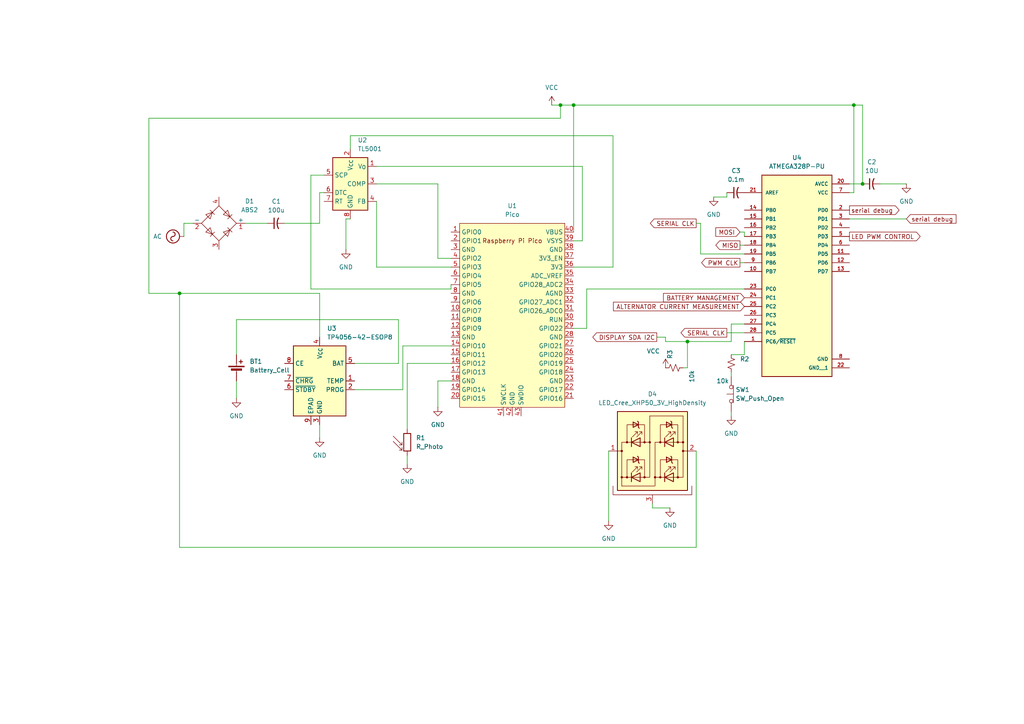
<source format=kicad_sch>
(kicad_sch
	(version 20250114)
	(generator "eeschema")
	(generator_version "9.0")
	(uuid "d2e2892e-be0f-4a6a-9262-5a0d7272f4d0")
	(paper "A4")
	(title_block
		(title "UPDATED SCHEMATIC")
		(date "11/7/25")
		(rev "2")
		(company "COWS")
		(comment 1 "WE REALLY LIKE TO FARM")
	)
	(lib_symbols
		(symbol "ATMEGA328P-PU:ATMEGA328P-PU"
			(pin_names
				(offset 1.016)
			)
			(exclude_from_sim no)
			(in_bom yes)
			(on_board yes)
			(property "Reference" "U"
				(at -10.1706 28.9861 0)
				(effects
					(font
						(size 1.27 1.27)
					)
					(justify left bottom)
				)
			)
			(property "Value" "ATMEGA328P-PU"
				(at -10.168 -34.0607 0)
				(effects
					(font
						(size 1.27 1.27)
					)
					(justify left bottom)
				)
			)
			(property "Footprint" "ATMEGA328P-PU:DIP794W46P254L2967H457Q28B"
				(at 0 0 0)
				(effects
					(font
						(size 1.27 1.27)
					)
					(justify bottom)
					(hide yes)
				)
			)
			(property "Datasheet" ""
				(at 0 0 0)
				(effects
					(font
						(size 1.27 1.27)
					)
					(hide yes)
				)
			)
			(property "Description" ""
				(at 0 0 0)
				(effects
					(font
						(size 1.27 1.27)
					)
					(hide yes)
				)
			)
			(property "MANUFACTURER" "Atmel"
				(at 0 0 0)
				(effects
					(font
						(size 1.27 1.27)
					)
					(justify bottom)
					(hide yes)
				)
			)
			(symbol "ATMEGA328P-PU_0_0"
				(rectangle
					(start -10.16 -30.48)
					(end 10.16 27.94)
					(stroke
						(width 0.254)
						(type default)
					)
					(fill
						(type background)
					)
				)
				(pin input line
					(at -15.24 22.86 0)
					(length 5.08)
					(name "AREF"
						(effects
							(font
								(size 1.016 1.016)
							)
						)
					)
					(number "21"
						(effects
							(font
								(size 1.016 1.016)
							)
						)
					)
				)
				(pin bidirectional line
					(at -15.24 17.78 0)
					(length 5.08)
					(name "PB0"
						(effects
							(font
								(size 1.016 1.016)
							)
						)
					)
					(number "14"
						(effects
							(font
								(size 1.016 1.016)
							)
						)
					)
				)
				(pin bidirectional line
					(at -15.24 15.24 0)
					(length 5.08)
					(name "PB1"
						(effects
							(font
								(size 1.016 1.016)
							)
						)
					)
					(number "15"
						(effects
							(font
								(size 1.016 1.016)
							)
						)
					)
				)
				(pin bidirectional line
					(at -15.24 12.7 0)
					(length 5.08)
					(name "PB2"
						(effects
							(font
								(size 1.016 1.016)
							)
						)
					)
					(number "16"
						(effects
							(font
								(size 1.016 1.016)
							)
						)
					)
				)
				(pin bidirectional line
					(at -15.24 10.16 0)
					(length 5.08)
					(name "PB3"
						(effects
							(font
								(size 1.016 1.016)
							)
						)
					)
					(number "17"
						(effects
							(font
								(size 1.016 1.016)
							)
						)
					)
				)
				(pin bidirectional line
					(at -15.24 7.62 0)
					(length 5.08)
					(name "PB4"
						(effects
							(font
								(size 1.016 1.016)
							)
						)
					)
					(number "18"
						(effects
							(font
								(size 1.016 1.016)
							)
						)
					)
				)
				(pin bidirectional line
					(at -15.24 5.08 0)
					(length 5.08)
					(name "PB5"
						(effects
							(font
								(size 1.016 1.016)
							)
						)
					)
					(number "19"
						(effects
							(font
								(size 1.016 1.016)
							)
						)
					)
				)
				(pin bidirectional line
					(at -15.24 2.54 0)
					(length 5.08)
					(name "PB6"
						(effects
							(font
								(size 1.016 1.016)
							)
						)
					)
					(number "9"
						(effects
							(font
								(size 1.016 1.016)
							)
						)
					)
				)
				(pin bidirectional line
					(at -15.24 0 0)
					(length 5.08)
					(name "PB7"
						(effects
							(font
								(size 1.016 1.016)
							)
						)
					)
					(number "10"
						(effects
							(font
								(size 1.016 1.016)
							)
						)
					)
				)
				(pin bidirectional line
					(at -15.24 -5.08 0)
					(length 5.08)
					(name "PC0"
						(effects
							(font
								(size 1.016 1.016)
							)
						)
					)
					(number "23"
						(effects
							(font
								(size 1.016 1.016)
							)
						)
					)
				)
				(pin bidirectional line
					(at -15.24 -7.62 0)
					(length 5.08)
					(name "PC1"
						(effects
							(font
								(size 1.016 1.016)
							)
						)
					)
					(number "24"
						(effects
							(font
								(size 1.016 1.016)
							)
						)
					)
				)
				(pin bidirectional line
					(at -15.24 -10.16 0)
					(length 5.08)
					(name "PC2"
						(effects
							(font
								(size 1.016 1.016)
							)
						)
					)
					(number "25"
						(effects
							(font
								(size 1.016 1.016)
							)
						)
					)
				)
				(pin bidirectional line
					(at -15.24 -12.7 0)
					(length 5.08)
					(name "PC3"
						(effects
							(font
								(size 1.016 1.016)
							)
						)
					)
					(number "26"
						(effects
							(font
								(size 1.016 1.016)
							)
						)
					)
				)
				(pin bidirectional line
					(at -15.24 -15.24 0)
					(length 5.08)
					(name "PC4"
						(effects
							(font
								(size 1.016 1.016)
							)
						)
					)
					(number "27"
						(effects
							(font
								(size 1.016 1.016)
							)
						)
					)
				)
				(pin bidirectional line
					(at -15.24 -17.78 0)
					(length 5.08)
					(name "PC5"
						(effects
							(font
								(size 1.016 1.016)
							)
						)
					)
					(number "28"
						(effects
							(font
								(size 1.016 1.016)
							)
						)
					)
				)
				(pin bidirectional line
					(at -15.24 -20.32 0)
					(length 5.08)
					(name "PC6/~{RESET}"
						(effects
							(font
								(size 1.016 1.016)
							)
						)
					)
					(number "1"
						(effects
							(font
								(size 1.016 1.016)
							)
						)
					)
				)
				(pin power_in line
					(at 15.24 25.4 180)
					(length 5.08)
					(name "AVCC"
						(effects
							(font
								(size 1.016 1.016)
							)
						)
					)
					(number "20"
						(effects
							(font
								(size 1.016 1.016)
							)
						)
					)
				)
				(pin power_in line
					(at 15.24 22.86 180)
					(length 5.08)
					(name "VCC"
						(effects
							(font
								(size 1.016 1.016)
							)
						)
					)
					(number "7"
						(effects
							(font
								(size 1.016 1.016)
							)
						)
					)
				)
				(pin bidirectional line
					(at 15.24 17.78 180)
					(length 5.08)
					(name "PD0"
						(effects
							(font
								(size 1.016 1.016)
							)
						)
					)
					(number "2"
						(effects
							(font
								(size 1.016 1.016)
							)
						)
					)
				)
				(pin bidirectional line
					(at 15.24 15.24 180)
					(length 5.08)
					(name "PD1"
						(effects
							(font
								(size 1.016 1.016)
							)
						)
					)
					(number "3"
						(effects
							(font
								(size 1.016 1.016)
							)
						)
					)
				)
				(pin bidirectional line
					(at 15.24 12.7 180)
					(length 5.08)
					(name "PD2"
						(effects
							(font
								(size 1.016 1.016)
							)
						)
					)
					(number "4"
						(effects
							(font
								(size 1.016 1.016)
							)
						)
					)
				)
				(pin bidirectional line
					(at 15.24 10.16 180)
					(length 5.08)
					(name "PD3"
						(effects
							(font
								(size 1.016 1.016)
							)
						)
					)
					(number "5"
						(effects
							(font
								(size 1.016 1.016)
							)
						)
					)
				)
				(pin bidirectional line
					(at 15.24 7.62 180)
					(length 5.08)
					(name "PD4"
						(effects
							(font
								(size 1.016 1.016)
							)
						)
					)
					(number "6"
						(effects
							(font
								(size 1.016 1.016)
							)
						)
					)
				)
				(pin bidirectional line
					(at 15.24 5.08 180)
					(length 5.08)
					(name "PD5"
						(effects
							(font
								(size 1.016 1.016)
							)
						)
					)
					(number "11"
						(effects
							(font
								(size 1.016 1.016)
							)
						)
					)
				)
				(pin bidirectional line
					(at 15.24 2.54 180)
					(length 5.08)
					(name "PD6"
						(effects
							(font
								(size 1.016 1.016)
							)
						)
					)
					(number "12"
						(effects
							(font
								(size 1.016 1.016)
							)
						)
					)
				)
				(pin bidirectional line
					(at 15.24 0 180)
					(length 5.08)
					(name "PD7"
						(effects
							(font
								(size 1.016 1.016)
							)
						)
					)
					(number "13"
						(effects
							(font
								(size 1.016 1.016)
							)
						)
					)
				)
				(pin power_in line
					(at 15.24 -25.4 180)
					(length 5.08)
					(name "GND"
						(effects
							(font
								(size 1.016 1.016)
							)
						)
					)
					(number "8"
						(effects
							(font
								(size 1.016 1.016)
							)
						)
					)
				)
				(pin power_in line
					(at 15.24 -27.94 180)
					(length 5.08)
					(name "GND__1"
						(effects
							(font
								(size 1.016 1.016)
							)
						)
					)
					(number "22"
						(effects
							(font
								(size 1.016 1.016)
							)
						)
					)
				)
			)
			(embedded_fonts no)
		)
		(symbol "Battery_Management:TP4056-42-ESOP8"
			(exclude_from_sim no)
			(in_bom yes)
			(on_board yes)
			(property "Reference" "U"
				(at -6.604 11.684 0)
				(effects
					(font
						(size 1.27 1.27)
					)
				)
			)
			(property "Value" "TP4056-42-ESOP8"
				(at 10.16 11.684 0)
				(effects
					(font
						(size 1.27 1.27)
					)
				)
			)
			(property "Footprint" "Package_SO:SOIC-8-1EP_3.9x4.9mm_P1.27mm_EP2.41x3.3mm_ThermalVias"
				(at 0.508 -22.86 0)
				(effects
					(font
						(size 1.27 1.27)
					)
					(hide yes)
				)
			)
			(property "Datasheet" "https://www.lcsc.com/datasheet/lcsc_datasheet_2410121619_TOPPOWER-Nanjing-Extension-Microelectronics-TP4056-42-ESOP8_C16581.pdf"
				(at 0 -25.4 0)
				(effects
					(font
						(size 1.27 1.27)
					)
					(hide yes)
				)
			)
			(property "Description" "1A Standalone Linear Li-ion/LiPo single-cell battery charger, 4.2V ±1% charge voltage, VCC = 4.0..8.0V, SOIC-8 (SOP-8)"
				(at 0.508 -20.32 0)
				(effects
					(font
						(size 1.27 1.27)
					)
					(hide yes)
				)
			)
			(property "ki_keywords" "lithium-ion lithium-polymer Li-Poly"
				(at 0 0 0)
				(effects
					(font
						(size 1.27 1.27)
					)
					(hide yes)
				)
			)
			(property "ki_fp_filters" "*SO*3.9x4.*P1.27mm*EP2.4*x3.3*mm*"
				(at 0 0 0)
				(effects
					(font
						(size 1.27 1.27)
					)
					(hide yes)
				)
			)
			(symbol "TP4056-42-ESOP8_1_0"
				(pin input line
					(at -10.16 5.08 0)
					(length 2.54)
					(name "CE"
						(effects
							(font
								(size 1.27 1.27)
							)
						)
					)
					(number "8"
						(effects
							(font
								(size 1.27 1.27)
							)
						)
					)
				)
				(pin open_collector line
					(at -10.16 0 0)
					(length 2.54)
					(name "~{CHRG}"
						(effects
							(font
								(size 1.27 1.27)
							)
						)
					)
					(number "7"
						(effects
							(font
								(size 1.27 1.27)
							)
						)
					)
				)
				(pin open_collector line
					(at -10.16 -2.54 0)
					(length 2.54)
					(name "~{STDBY}"
						(effects
							(font
								(size 1.27 1.27)
							)
						)
					)
					(number "6"
						(effects
							(font
								(size 1.27 1.27)
							)
						)
					)
				)
				(pin passive line
					(at -2.54 -12.7 90)
					(length 2.54)
					(name "EPAD"
						(effects
							(font
								(size 1.27 1.27)
							)
						)
					)
					(number "9"
						(effects
							(font
								(size 1.27 1.27)
							)
						)
					)
				)
				(pin power_in line
					(at 0 12.7 270)
					(length 2.54)
					(name "V_{CC}"
						(effects
							(font
								(size 1.27 1.27)
							)
						)
					)
					(number "4"
						(effects
							(font
								(size 1.27 1.27)
							)
						)
					)
				)
				(pin power_in line
					(at 0 -12.7 90)
					(length 2.54)
					(name "GND"
						(effects
							(font
								(size 1.27 1.27)
							)
						)
					)
					(number "3"
						(effects
							(font
								(size 1.27 1.27)
							)
						)
					)
				)
				(pin power_out line
					(at 10.16 5.08 180)
					(length 2.54)
					(name "BAT"
						(effects
							(font
								(size 1.27 1.27)
							)
						)
					)
					(number "5"
						(effects
							(font
								(size 1.27 1.27)
							)
						)
					)
				)
				(pin input line
					(at 10.16 0 180)
					(length 2.54)
					(name "TEMP"
						(effects
							(font
								(size 1.27 1.27)
							)
						)
					)
					(number "1"
						(effects
							(font
								(size 1.27 1.27)
							)
						)
					)
				)
				(pin passive line
					(at 10.16 -2.54 180)
					(length 2.54)
					(name "PROG"
						(effects
							(font
								(size 1.27 1.27)
							)
						)
					)
					(number "2"
						(effects
							(font
								(size 1.27 1.27)
							)
						)
					)
				)
			)
			(symbol "TP4056-42-ESOP8_1_1"
				(rectangle
					(start -7.62 10.16)
					(end 7.62 -10.16)
					(stroke
						(width 0.254)
						(type default)
					)
					(fill
						(type background)
					)
				)
			)
			(embedded_fonts no)
		)
		(symbol "Device:Battery_Cell"
			(pin_numbers
				(hide yes)
			)
			(pin_names
				(offset 0)
				(hide yes)
			)
			(exclude_from_sim no)
			(in_bom yes)
			(on_board yes)
			(property "Reference" "BT"
				(at 11.43 -3.81 0)
				(effects
					(font
						(size 1.27 1.27)
					)
					(justify left)
				)
			)
			(property "Value" "Battery_Cell"
				(at 11.43 -6.35 0)
				(effects
					(font
						(size 1.27 1.27)
					)
					(justify left)
				)
			)
			(property "Footprint" ""
				(at 0 1.524 90)
				(effects
					(font
						(size 1.27 1.27)
					)
					(hide yes)
				)
			)
			(property "Datasheet" "~"
				(at 8.89 -4.826 90)
				(effects
					(font
						(size 1.27 1.27)
					)
					(hide yes)
				)
			)
			(property "Description" "Single-cell battery"
				(at 8.89 -6.35 0)
				(effects
					(font
						(size 1.27 1.27)
					)
					(hide yes)
				)
			)
			(property "ki_keywords" "battery cell"
				(at 0 0 0)
				(effects
					(font
						(size 1.27 1.27)
					)
					(hide yes)
				)
			)
			(symbol "Battery_Cell_0_1"
				(rectangle
					(start 6.604 -4.572)
					(end 11.176 -4.826)
					(stroke
						(width 0)
						(type default)
					)
					(fill
						(type outline)
					)
				)
				(rectangle
					(start 7.366 -5.334)
					(end 10.414 -5.842)
					(stroke
						(width 0)
						(type default)
					)
					(fill
						(type outline)
					)
				)
				(polyline
					(pts
						(xy 8.89 -4.572) (xy 8.89 -3.81)
					)
					(stroke
						(width 0)
						(type default)
					)
					(fill
						(type none)
					)
				)
				(polyline
					(pts
						(xy 8.89 -5.588) (xy 8.89 -6.35)
					)
					(stroke
						(width 0)
						(type default)
					)
					(fill
						(type none)
					)
				)
				(polyline
					(pts
						(xy 9.652 -3.302) (xy 10.668 -3.302)
					)
					(stroke
						(width 0.254)
						(type default)
					)
					(fill
						(type none)
					)
				)
				(polyline
					(pts
						(xy 10.16 -2.794) (xy 10.16 -3.81)
					)
					(stroke
						(width 0.254)
						(type default)
					)
					(fill
						(type none)
					)
				)
			)
			(symbol "Battery_Cell_1_1"
				(pin passive line
					(at 8.89 -1.27 270)
					(length 2.54)
					(name "+"
						(effects
							(font
								(size 1.27 1.27)
							)
						)
					)
					(number "1"
						(effects
							(font
								(size 1.27 1.27)
							)
						)
					)
				)
				(pin passive line
					(at 8.89 -8.89 90)
					(length 2.54)
					(name "-"
						(effects
							(font
								(size 1.27 1.27)
							)
						)
					)
					(number "2"
						(effects
							(font
								(size 1.27 1.27)
							)
						)
					)
				)
			)
			(embedded_fonts no)
		)
		(symbol "Device:C_Small_US"
			(pin_numbers
				(hide yes)
			)
			(pin_names
				(offset 0.254)
				(hide yes)
			)
			(exclude_from_sim no)
			(in_bom yes)
			(on_board yes)
			(property "Reference" "C"
				(at 0.254 1.778 0)
				(effects
					(font
						(size 1.27 1.27)
					)
					(justify left)
				)
			)
			(property "Value" "C_Small_US"
				(at 0.254 -2.032 0)
				(effects
					(font
						(size 1.27 1.27)
					)
					(justify left)
				)
			)
			(property "Footprint" ""
				(at 0 0 0)
				(effects
					(font
						(size 1.27 1.27)
					)
					(hide yes)
				)
			)
			(property "Datasheet" ""
				(at 0 0 0)
				(effects
					(font
						(size 1.27 1.27)
					)
					(hide yes)
				)
			)
			(property "Description" "capacitor, small US symbol"
				(at 0 0 0)
				(effects
					(font
						(size 1.27 1.27)
					)
					(hide yes)
				)
			)
			(property "ki_keywords" "cap capacitor"
				(at 0 0 0)
				(effects
					(font
						(size 1.27 1.27)
					)
					(hide yes)
				)
			)
			(property "ki_fp_filters" "C_*"
				(at 0 0 0)
				(effects
					(font
						(size 1.27 1.27)
					)
					(hide yes)
				)
			)
			(symbol "C_Small_US_0_1"
				(polyline
					(pts
						(xy -1.524 0.508) (xy 1.524 0.508)
					)
					(stroke
						(width 0.3048)
						(type default)
					)
					(fill
						(type none)
					)
				)
				(arc
					(start -1.524 -0.762)
					(mid 0 -0.3734)
					(end 1.524 -0.762)
					(stroke
						(width 0.3048)
						(type default)
					)
					(fill
						(type none)
					)
				)
			)
			(symbol "C_Small_US_1_1"
				(pin passive line
					(at 0 2.54 270)
					(length 2.032)
					(name "~"
						(effects
							(font
								(size 1.27 1.27)
							)
						)
					)
					(number "1"
						(effects
							(font
								(size 1.27 1.27)
							)
						)
					)
				)
				(pin passive line
					(at 0 -2.54 90)
					(length 2.032)
					(name "~"
						(effects
							(font
								(size 1.27 1.27)
							)
						)
					)
					(number "2"
						(effects
							(font
								(size 1.27 1.27)
							)
						)
					)
				)
			)
			(embedded_fonts no)
		)
		(symbol "Device:R_Photo"
			(pin_numbers
				(hide yes)
			)
			(pin_names
				(offset 0)
			)
			(exclude_from_sim no)
			(in_bom yes)
			(on_board yes)
			(property "Reference" "R"
				(at 1.27 1.27 0)
				(effects
					(font
						(size 1.27 1.27)
					)
					(justify left)
				)
			)
			(property "Value" "R_Photo"
				(at 1.27 0 0)
				(effects
					(font
						(size 1.27 1.27)
					)
					(justify left top)
				)
			)
			(property "Footprint" ""
				(at 1.27 -6.35 90)
				(effects
					(font
						(size 1.27 1.27)
					)
					(justify left)
					(hide yes)
				)
			)
			(property "Datasheet" "~"
				(at 0 -1.27 0)
				(effects
					(font
						(size 1.27 1.27)
					)
					(hide yes)
				)
			)
			(property "Description" "Photoresistor"
				(at 0 0 0)
				(effects
					(font
						(size 1.27 1.27)
					)
					(hide yes)
				)
			)
			(property "ki_keywords" "resistor variable light sensitive opto LDR"
				(at 0 0 0)
				(effects
					(font
						(size 1.27 1.27)
					)
					(hide yes)
				)
			)
			(property "ki_fp_filters" "*LDR* R?LDR*"
				(at 0 0 0)
				(effects
					(font
						(size 1.27 1.27)
					)
					(hide yes)
				)
			)
			(symbol "R_Photo_0_1"
				(polyline
					(pts
						(xy -1.524 -0.762) (xy -4.064 1.778)
					)
					(stroke
						(width 0)
						(type default)
					)
					(fill
						(type none)
					)
				)
				(polyline
					(pts
						(xy -1.524 -0.762) (xy -2.286 -0.762)
					)
					(stroke
						(width 0)
						(type default)
					)
					(fill
						(type none)
					)
				)
				(polyline
					(pts
						(xy -1.524 -0.762) (xy -1.524 0)
					)
					(stroke
						(width 0)
						(type default)
					)
					(fill
						(type none)
					)
				)
				(polyline
					(pts
						(xy -1.524 -2.286) (xy -4.064 0.254)
					)
					(stroke
						(width 0)
						(type default)
					)
					(fill
						(type none)
					)
				)
				(polyline
					(pts
						(xy -1.524 -2.286) (xy -2.286 -2.286)
					)
					(stroke
						(width 0)
						(type default)
					)
					(fill
						(type none)
					)
				)
				(polyline
					(pts
						(xy -1.524 -2.286) (xy -1.524 -1.524)
					)
					(stroke
						(width 0)
						(type default)
					)
					(fill
						(type none)
					)
				)
				(rectangle
					(start -1.016 2.54)
					(end 1.016 -2.54)
					(stroke
						(width 0.254)
						(type default)
					)
					(fill
						(type none)
					)
				)
			)
			(symbol "R_Photo_1_1"
				(pin passive line
					(at 0 3.81 270)
					(length 1.27)
					(name "~"
						(effects
							(font
								(size 1.27 1.27)
							)
						)
					)
					(number "1"
						(effects
							(font
								(size 1.27 1.27)
							)
						)
					)
				)
				(pin passive line
					(at 0 -3.81 90)
					(length 1.27)
					(name "~"
						(effects
							(font
								(size 1.27 1.27)
							)
						)
					)
					(number "2"
						(effects
							(font
								(size 1.27 1.27)
							)
						)
					)
				)
			)
			(embedded_fonts no)
		)
		(symbol "Device:R_Small_US"
			(pin_numbers
				(hide yes)
			)
			(pin_names
				(offset 0.254)
				(hide yes)
			)
			(exclude_from_sim no)
			(in_bom yes)
			(on_board yes)
			(property "Reference" "R"
				(at 0.762 0.508 0)
				(effects
					(font
						(size 1.27 1.27)
					)
					(justify left)
				)
			)
			(property "Value" "R_Small_US"
				(at 0.762 -1.016 0)
				(effects
					(font
						(size 1.27 1.27)
					)
					(justify left)
				)
			)
			(property "Footprint" ""
				(at 0 0 0)
				(effects
					(font
						(size 1.27 1.27)
					)
					(hide yes)
				)
			)
			(property "Datasheet" "~"
				(at 0 0 0)
				(effects
					(font
						(size 1.27 1.27)
					)
					(hide yes)
				)
			)
			(property "Description" "Resistor, small US symbol"
				(at 0 0 0)
				(effects
					(font
						(size 1.27 1.27)
					)
					(hide yes)
				)
			)
			(property "ki_keywords" "r resistor"
				(at 0 0 0)
				(effects
					(font
						(size 1.27 1.27)
					)
					(hide yes)
				)
			)
			(property "ki_fp_filters" "R_*"
				(at 0 0 0)
				(effects
					(font
						(size 1.27 1.27)
					)
					(hide yes)
				)
			)
			(symbol "R_Small_US_1_1"
				(polyline
					(pts
						(xy 0 1.524) (xy 1.016 1.143) (xy 0 0.762) (xy -1.016 0.381) (xy 0 0)
					)
					(stroke
						(width 0)
						(type default)
					)
					(fill
						(type none)
					)
				)
				(polyline
					(pts
						(xy 0 0) (xy 1.016 -0.381) (xy 0 -0.762) (xy -1.016 -1.143) (xy 0 -1.524)
					)
					(stroke
						(width 0)
						(type default)
					)
					(fill
						(type none)
					)
				)
				(pin passive line
					(at 0 2.54 270)
					(length 1.016)
					(name "~"
						(effects
							(font
								(size 1.27 1.27)
							)
						)
					)
					(number "1"
						(effects
							(font
								(size 1.27 1.27)
							)
						)
					)
				)
				(pin passive line
					(at 0 -2.54 90)
					(length 1.016)
					(name "~"
						(effects
							(font
								(size 1.27 1.27)
							)
						)
					)
					(number "2"
						(effects
							(font
								(size 1.27 1.27)
							)
						)
					)
				)
			)
			(embedded_fonts no)
		)
		(symbol "Diode_Bridge:ABS2"
			(pin_names
				(offset 0)
			)
			(exclude_from_sim no)
			(in_bom yes)
			(on_board yes)
			(property "Reference" "D"
				(at 2.54 6.985 0)
				(effects
					(font
						(size 1.27 1.27)
					)
					(justify left)
				)
			)
			(property "Value" "ABS2"
				(at 2.54 5.08 0)
				(effects
					(font
						(size 1.27 1.27)
					)
					(justify left)
				)
			)
			(property "Footprint" "Diode_SMD:Diode_Bridge_Diotec_ABS"
				(at 3.81 3.175 0)
				(effects
					(font
						(size 1.27 1.27)
					)
					(justify left)
					(hide yes)
				)
			)
			(property "Datasheet" "https://diotec.com/tl_files/diotec/files/pdf/datasheets/abs2.pdf"
				(at 0 0 0)
				(effects
					(font
						(size 1.27 1.27)
					)
					(hide yes)
				)
			)
			(property "Description" "Miniature Glass Passivated Single-Phase Surface Mount Bridge Rectifiers, 140V Vrms, 0.8A If, ABS SMD package"
				(at 0 0 0)
				(effects
					(font
						(size 1.27 1.27)
					)
					(hide yes)
				)
			)
			(property "ki_keywords" "rectifier acdc"
				(at 0 0 0)
				(effects
					(font
						(size 1.27 1.27)
					)
					(hide yes)
				)
			)
			(property "ki_fp_filters" "Diode*Bridge*Diotec*ABS*"
				(at 0 0 0)
				(effects
					(font
						(size 1.27 1.27)
					)
					(hide yes)
				)
			)
			(symbol "ABS2_0_1"
				(polyline
					(pts
						(xy -5.08 0) (xy 0 -5.08) (xy 5.08 0) (xy 0 5.08) (xy -5.08 0)
					)
					(stroke
						(width 0)
						(type default)
					)
					(fill
						(type none)
					)
				)
				(polyline
					(pts
						(xy -3.81 2.54) (xy -2.54 1.27) (xy -1.905 3.175) (xy -3.81 2.54)
					)
					(stroke
						(width 0)
						(type default)
					)
					(fill
						(type none)
					)
				)
				(polyline
					(pts
						(xy -2.54 3.81) (xy -1.27 2.54)
					)
					(stroke
						(width 0)
						(type default)
					)
					(fill
						(type none)
					)
				)
				(polyline
					(pts
						(xy -2.54 -1.27) (xy -3.81 -2.54) (xy -1.905 -3.175) (xy -2.54 -1.27)
					)
					(stroke
						(width 0)
						(type default)
					)
					(fill
						(type none)
					)
				)
				(polyline
					(pts
						(xy -1.27 -2.54) (xy -2.54 -3.81)
					)
					(stroke
						(width 0)
						(type default)
					)
					(fill
						(type none)
					)
				)
				(polyline
					(pts
						(xy 1.27 2.54) (xy 2.54 3.81) (xy 3.175 1.905) (xy 1.27 2.54)
					)
					(stroke
						(width 0)
						(type default)
					)
					(fill
						(type none)
					)
				)
				(polyline
					(pts
						(xy 2.54 1.27) (xy 3.81 2.54)
					)
					(stroke
						(width 0)
						(type default)
					)
					(fill
						(type none)
					)
				)
				(polyline
					(pts
						(xy 2.54 -1.27) (xy 3.81 -2.54)
					)
					(stroke
						(width 0)
						(type default)
					)
					(fill
						(type none)
					)
				)
				(polyline
					(pts
						(xy 3.175 -1.905) (xy 1.27 -2.54) (xy 2.54 -3.81) (xy 3.175 -1.905)
					)
					(stroke
						(width 0)
						(type default)
					)
					(fill
						(type none)
					)
				)
			)
			(symbol "ABS2_1_1"
				(pin passive line
					(at -7.62 0 0)
					(length 2.54)
					(name "-"
						(effects
							(font
								(size 1.27 1.27)
							)
						)
					)
					(number "2"
						(effects
							(font
								(size 1.27 1.27)
							)
						)
					)
				)
				(pin passive line
					(at 0 7.62 270)
					(length 2.54)
					(name "~"
						(effects
							(font
								(size 1.27 1.27)
							)
						)
					)
					(number "4"
						(effects
							(font
								(size 1.27 1.27)
							)
						)
					)
				)
				(pin passive line
					(at 0 -7.62 90)
					(length 2.54)
					(name "~"
						(effects
							(font
								(size 1.27 1.27)
							)
						)
					)
					(number "3"
						(effects
							(font
								(size 1.27 1.27)
							)
						)
					)
				)
				(pin passive line
					(at 7.62 0 180)
					(length 2.54)
					(name "+"
						(effects
							(font
								(size 1.27 1.27)
							)
						)
					)
					(number "1"
						(effects
							(font
								(size 1.27 1.27)
							)
						)
					)
				)
			)
			(embedded_fonts no)
		)
		(symbol "LED:LED_Cree_XHP50_3V_HighDensity"
			(pin_names
				(offset 1.016)
				(hide yes)
			)
			(exclude_from_sim no)
			(in_bom yes)
			(on_board yes)
			(property "Reference" "D"
				(at 0 15.24 0)
				(effects
					(font
						(size 1.27 1.27)
					)
				)
			)
			(property "Value" "LED_Cree_XHP50_3V_HighDensity"
				(at -1.27 12.7 0)
				(effects
					(font
						(size 1.27 1.27)
					)
				)
			)
			(property "Footprint" "LED_SMD:LED_Cree-XHP50_3V_HighDensity"
				(at 0 17.78 0)
				(effects
					(font
						(size 1.27 1.27)
					)
					(hide yes)
				)
			)
			(property "Datasheet" "https://downloads.cree-led.com/files/ds/x/XLamp-XHP50.3.pdf"
				(at 0 22.86 0)
				(effects
					(font
						(size 1.27 1.27)
					)
					(hide yes)
				)
			)
			(property "Description" "XLamp® XHP50 LED, 3V, 4 LEDs in parallel, high density"
				(at 0 20.32 0)
				(effects
					(font
						(size 1.27 1.27)
					)
					(hide yes)
				)
			)
			(property "ki_keywords" "led diode"
				(at 0 0 0)
				(effects
					(font
						(size 1.27 1.27)
					)
					(hide yes)
				)
			)
			(property "ki_fp_filters" "LED?Cree?XHP50?3V*"
				(at 0 0 0)
				(effects
					(font
						(size 1.27 1.27)
					)
					(hide yes)
				)
			)
			(symbol "LED_Cree_XHP50_3V_HighDensity_0_1"
				(polyline
					(pts
						(xy -8.89 2.54) (xy -8.89 -10.16)
					)
					(stroke
						(width 0)
						(type default)
					)
					(fill
						(type none)
					)
				)
				(polyline
					(pts
						(xy -8.89 2.54) (xy -0.762 2.54)
					)
					(stroke
						(width 0)
						(type default)
					)
					(fill
						(type none)
					)
				)
				(circle
					(center -8.89 0)
					(radius 0.254)
					(stroke
						(width 0)
						(type default)
					)
					(fill
						(type outline)
					)
				)
				(circle
					(center -8.89 -7.62)
					(radius 0.254)
					(stroke
						(width 0)
						(type default)
					)
					(fill
						(type outline)
					)
				)
				(polyline
					(pts
						(xy -8.89 -7.62) (xy -0.762 -7.62)
					)
					(stroke
						(width 0)
						(type default)
					)
					(fill
						(type none)
					)
				)
				(circle
					(center -7.366 2.54)
					(radius 0.254)
					(stroke
						(width 0)
						(type default)
					)
					(fill
						(type outline)
					)
				)
				(circle
					(center -7.366 -7.62)
					(radius 0.254)
					(stroke
						(width 0)
						(type default)
					)
					(fill
						(type outline)
					)
				)
				(polyline
					(pts
						(xy -3.81 6.604) (xy -4.064 6.858) (xy -4.064 8.382) (xy -4.318 8.636)
					)
					(stroke
						(width 0.254)
						(type default)
					)
					(fill
						(type none)
					)
				)
				(polyline
					(pts
						(xy -3.81 -3.556) (xy -4.064 -3.302) (xy -4.064 -1.778) (xy -4.318 -1.524)
					)
					(stroke
						(width 0.254)
						(type default)
					)
					(fill
						(type none)
					)
				)
				(circle
					(center -2.286 2.54)
					(radius 0.254)
					(stroke
						(width 0)
						(type default)
					)
					(fill
						(type outline)
					)
				)
				(circle
					(center -2.286 -7.62)
					(radius 0.254)
					(stroke
						(width 0)
						(type default)
					)
					(fill
						(type outline)
					)
				)
				(polyline
					(pts
						(xy -0.762 10.16) (xy 8.89 10.16)
					)
					(stroke
						(width 0)
						(type default)
					)
					(fill
						(type none)
					)
				)
				(circle
					(center -0.762 2.54)
					(radius 0.254)
					(stroke
						(width 0)
						(type default)
					)
					(fill
						(type outline)
					)
				)
				(polyline
					(pts
						(xy -0.762 -7.62) (xy -0.762 10.16)
					)
					(stroke
						(width 0)
						(type default)
					)
					(fill
						(type none)
					)
				)
				(polyline
					(pts
						(xy 0.635 -10.16) (xy -8.89 -10.16)
					)
					(stroke
						(width 0)
						(type default)
					)
					(fill
						(type none)
					)
				)
				(polyline
					(pts
						(xy 0.762 2.54) (xy 0.762 -10.16)
					)
					(stroke
						(width 0)
						(type default)
					)
					(fill
						(type none)
					)
				)
				(polyline
					(pts
						(xy 0.762 2.54) (xy 8.89 2.54)
					)
					(stroke
						(width 0)
						(type default)
					)
					(fill
						(type none)
					)
				)
				(polyline
					(pts
						(xy 0.762 -7.62) (xy 8.89 -7.62)
					)
					(stroke
						(width 0)
						(type default)
					)
					(fill
						(type none)
					)
				)
				(circle
					(center 0.762 -7.62)
					(radius 0.254)
					(stroke
						(width 0)
						(type default)
					)
					(fill
						(type outline)
					)
				)
				(circle
					(center 2.286 2.54)
					(radius 0.254)
					(stroke
						(width 0)
						(type default)
					)
					(fill
						(type outline)
					)
				)
				(circle
					(center 2.286 -7.62)
					(radius 0.254)
					(stroke
						(width 0)
						(type default)
					)
					(fill
						(type outline)
					)
				)
				(polyline
					(pts
						(xy 5.842 6.604) (xy 5.588 6.858) (xy 5.588 8.382) (xy 5.334 8.636)
					)
					(stroke
						(width 0.254)
						(type default)
					)
					(fill
						(type none)
					)
				)
				(polyline
					(pts
						(xy 5.842 -3.556) (xy 5.588 -3.302) (xy 5.588 -1.778) (xy 5.334 -1.524)
					)
					(stroke
						(width 0.254)
						(type default)
					)
					(fill
						(type none)
					)
				)
				(circle
					(center 7.366 2.54)
					(radius 0.254)
					(stroke
						(width 0)
						(type default)
					)
					(fill
						(type outline)
					)
				)
				(circle
					(center 7.366 -7.62)
					(radius 0.254)
					(stroke
						(width 0)
						(type default)
					)
					(fill
						(type outline)
					)
				)
				(circle
					(center 8.89 2.54)
					(radius 0.254)
					(stroke
						(width 0)
						(type default)
					)
					(fill
						(type outline)
					)
				)
				(circle
					(center 8.89 0)
					(radius 0.254)
					(stroke
						(width 0)
						(type default)
					)
					(fill
						(type outline)
					)
				)
				(polyline
					(pts
						(xy 8.89 -7.62) (xy 8.89 10.16)
					)
					(stroke
						(width 0)
						(type default)
					)
					(fill
						(type none)
					)
				)
			)
			(symbol "LED_Cree_XHP50_3V_HighDensity_1_1"
				(polyline
					(pts
						(xy -11.43 -10.16) (xy -11.43 -12.7) (xy 11.43 -12.7) (xy 11.43 -10.16)
					)
					(stroke
						(width 0)
						(type default)
					)
					(fill
						(type none)
					)
				)
				(rectangle
					(start -10.16 11.43)
					(end 10.16 -11.43)
					(stroke
						(width 0.254)
						(type solid)
					)
					(fill
						(type background)
					)
				)
				(polyline
					(pts
						(xy -8.89 0) (xy -10.16 0)
					)
					(stroke
						(width 0)
						(type default)
					)
					(fill
						(type none)
					)
				)
				(polyline
					(pts
						(xy -7.366 2.54) (xy -7.366 7.62) (xy -2.286 7.62) (xy -2.286 2.54)
					)
					(stroke
						(width 0)
						(type default)
					)
					(fill
						(type none)
					)
				)
				(polyline
					(pts
						(xy -7.366 -7.62) (xy -7.366 -2.54) (xy -2.286 -2.54) (xy -2.286 -7.62)
					)
					(stroke
						(width 0)
						(type default)
					)
					(fill
						(type none)
					)
				)
				(polyline
					(pts
						(xy -6.096 3.81) (xy -6.096 1.27)
					)
					(stroke
						(width 0.254)
						(type solid)
					)
					(fill
						(type none)
					)
				)
				(polyline
					(pts
						(xy -6.096 2.54) (xy -3.556 3.81) (xy -3.556 1.27) (xy -6.096 2.54)
					)
					(stroke
						(width 0.254)
						(type solid)
					)
					(fill
						(type none)
					)
				)
				(polyline
					(pts
						(xy -6.096 -6.35) (xy -6.096 -8.89)
					)
					(stroke
						(width 0.254)
						(type solid)
					)
					(fill
						(type none)
					)
				)
				(polyline
					(pts
						(xy -6.096 -7.62) (xy -3.556 -6.35) (xy -3.556 -8.89) (xy -6.096 -7.62)
					)
					(stroke
						(width 0.254)
						(type solid)
					)
					(fill
						(type none)
					)
				)
				(polyline
					(pts
						(xy -5.842 4.064) (xy -4.318 5.588)
					)
					(stroke
						(width 0)
						(type default)
					)
					(fill
						(type none)
					)
				)
				(polyline
					(pts
						(xy -5.842 -6.096) (xy -4.318 -4.572)
					)
					(stroke
						(width 0)
						(type default)
					)
					(fill
						(type none)
					)
				)
				(polyline
					(pts
						(xy -5.588 8.382) (xy -4.064 7.62) (xy -5.588 6.858) (xy -5.588 8.382)
					)
					(stroke
						(width 0.254)
						(type solid)
					)
					(fill
						(type none)
					)
				)
				(polyline
					(pts
						(xy -5.588 -1.778) (xy -4.064 -2.54) (xy -5.588 -3.302) (xy -5.588 -1.778)
					)
					(stroke
						(width 0.254)
						(type solid)
					)
					(fill
						(type none)
					)
				)
				(polyline
					(pts
						(xy -5.08 5.588) (xy -4.318 5.588) (xy -4.318 4.826)
					)
					(stroke
						(width 0)
						(type default)
					)
					(fill
						(type none)
					)
				)
				(polyline
					(pts
						(xy -5.08 -4.572) (xy -4.318 -4.572) (xy -4.318 -5.334)
					)
					(stroke
						(width 0)
						(type default)
					)
					(fill
						(type none)
					)
				)
				(polyline
					(pts
						(xy -4.572 4.064) (xy -3.048 5.588)
					)
					(stroke
						(width 0)
						(type default)
					)
					(fill
						(type none)
					)
				)
				(polyline
					(pts
						(xy -4.572 -6.096) (xy -3.048 -4.572)
					)
					(stroke
						(width 0)
						(type default)
					)
					(fill
						(type none)
					)
				)
				(polyline
					(pts
						(xy -3.81 5.588) (xy -3.048 5.588) (xy -3.048 4.826)
					)
					(stroke
						(width 0)
						(type default)
					)
					(fill
						(type none)
					)
				)
				(polyline
					(pts
						(xy -3.81 -4.572) (xy -3.048 -4.572) (xy -3.048 -5.334)
					)
					(stroke
						(width 0)
						(type default)
					)
					(fill
						(type none)
					)
				)
				(polyline
					(pts
						(xy 2.286 2.54) (xy 2.286 7.62) (xy 7.366 7.62) (xy 7.366 2.54)
					)
					(stroke
						(width 0)
						(type default)
					)
					(fill
						(type none)
					)
				)
				(polyline
					(pts
						(xy 2.286 -7.62) (xy 2.286 -2.54) (xy 7.366 -2.54) (xy 7.366 -7.62)
					)
					(stroke
						(width 0)
						(type default)
					)
					(fill
						(type none)
					)
				)
				(polyline
					(pts
						(xy 3.556 3.81) (xy 3.556 1.27)
					)
					(stroke
						(width 0.254)
						(type solid)
					)
					(fill
						(type none)
					)
				)
				(polyline
					(pts
						(xy 3.556 2.54) (xy 6.096 3.81) (xy 6.096 1.27) (xy 3.556 2.54)
					)
					(stroke
						(width 0.254)
						(type solid)
					)
					(fill
						(type none)
					)
				)
				(polyline
					(pts
						(xy 3.556 -6.35) (xy 3.556 -8.89)
					)
					(stroke
						(width 0.254)
						(type solid)
					)
					(fill
						(type none)
					)
				)
				(polyline
					(pts
						(xy 3.556 -7.62) (xy 6.096 -6.35) (xy 6.096 -8.89) (xy 3.556 -7.62)
					)
					(stroke
						(width 0.254)
						(type solid)
					)
					(fill
						(type none)
					)
				)
				(polyline
					(pts
						(xy 3.81 4.064) (xy 5.334 5.588)
					)
					(stroke
						(width 0)
						(type default)
					)
					(fill
						(type none)
					)
				)
				(polyline
					(pts
						(xy 3.81 -6.096) (xy 5.334 -4.572)
					)
					(stroke
						(width 0)
						(type default)
					)
					(fill
						(type none)
					)
				)
				(polyline
					(pts
						(xy 4.064 8.382) (xy 5.588 7.62) (xy 4.064 6.858) (xy 4.064 8.382)
					)
					(stroke
						(width 0.254)
						(type solid)
					)
					(fill
						(type none)
					)
				)
				(polyline
					(pts
						(xy 4.064 -1.778) (xy 5.588 -2.54) (xy 4.064 -3.302) (xy 4.064 -1.778)
					)
					(stroke
						(width 0.254)
						(type solid)
					)
					(fill
						(type none)
					)
				)
				(polyline
					(pts
						(xy 4.572 5.588) (xy 5.334 5.588) (xy 5.334 4.826)
					)
					(stroke
						(width 0)
						(type default)
					)
					(fill
						(type none)
					)
				)
				(polyline
					(pts
						(xy 4.572 -4.572) (xy 5.334 -4.572) (xy 5.334 -5.334)
					)
					(stroke
						(width 0)
						(type default)
					)
					(fill
						(type none)
					)
				)
				(polyline
					(pts
						(xy 5.08 4.064) (xy 6.604 5.588)
					)
					(stroke
						(width 0)
						(type default)
					)
					(fill
						(type none)
					)
				)
				(polyline
					(pts
						(xy 5.08 -6.096) (xy 6.604 -4.572)
					)
					(stroke
						(width 0)
						(type default)
					)
					(fill
						(type none)
					)
				)
				(polyline
					(pts
						(xy 5.842 5.588) (xy 6.604 5.588) (xy 6.604 4.826)
					)
					(stroke
						(width 0)
						(type default)
					)
					(fill
						(type none)
					)
				)
				(polyline
					(pts
						(xy 5.842 -4.572) (xy 6.604 -4.572) (xy 6.604 -5.334)
					)
					(stroke
						(width 0)
						(type default)
					)
					(fill
						(type none)
					)
				)
				(polyline
					(pts
						(xy 8.89 0) (xy 10.16 0)
					)
					(stroke
						(width 0)
						(type default)
					)
					(fill
						(type none)
					)
				)
				(pin passive line
					(at -12.7 0 0)
					(length 2.54)
					(name "K"
						(effects
							(font
								(size 1.27 1.27)
							)
						)
					)
					(number "1"
						(effects
							(font
								(size 1.27 1.27)
							)
						)
					)
				)
				(pin passive line
					(at 0 -15.24 90)
					(length 2.54)
					(name "PAD"
						(effects
							(font
								(size 1.27 1.27)
							)
						)
					)
					(number "3"
						(effects
							(font
								(size 1.27 1.27)
							)
						)
					)
				)
				(pin passive line
					(at 12.7 0 180)
					(length 2.54)
					(name "A"
						(effects
							(font
								(size 1.27 1.27)
							)
						)
					)
					(number "2"
						(effects
							(font
								(size 1.27 1.27)
							)
						)
					)
				)
			)
			(embedded_fonts no)
		)
		(symbol "MCU_RaspberryPi_and_Boards:Pico"
			(exclude_from_sim no)
			(in_bom yes)
			(on_board yes)
			(property "Reference" "U"
				(at -13.97 27.94 0)
				(effects
					(font
						(size 1.27 1.27)
					)
				)
			)
			(property "Value" "Pico"
				(at 0 19.05 0)
				(effects
					(font
						(size 1.27 1.27)
					)
				)
			)
			(property "Footprint" "RPi_Pico:RPi_Pico_SMD_TH"
				(at 0 0 90)
				(effects
					(font
						(size 1.27 1.27)
					)
					(hide yes)
				)
			)
			(property "Datasheet" ""
				(at 0 0 0)
				(effects
					(font
						(size 1.27 1.27)
					)
					(hide yes)
				)
			)
			(property "Description" ""
				(at 0 0 0)
				(effects
					(font
						(size 1.27 1.27)
					)
					(hide yes)
				)
			)
			(symbol "Pico_0_0"
				(text "Raspberry Pi Pico"
					(at 0 21.59 0)
					(effects
						(font
							(size 1.27 1.27)
						)
					)
				)
			)
			(symbol "Pico_0_1"
				(rectangle
					(start -15.24 26.67)
					(end 15.24 -26.67)
					(stroke
						(width 0)
						(type default)
					)
					(fill
						(type background)
					)
				)
			)
			(symbol "Pico_1_1"
				(pin bidirectional line
					(at -17.78 24.13 0)
					(length 2.54)
					(name "GPIO0"
						(effects
							(font
								(size 1.27 1.27)
							)
						)
					)
					(number "1"
						(effects
							(font
								(size 1.27 1.27)
							)
						)
					)
				)
				(pin bidirectional line
					(at -17.78 21.59 0)
					(length 2.54)
					(name "GPIO1"
						(effects
							(font
								(size 1.27 1.27)
							)
						)
					)
					(number "2"
						(effects
							(font
								(size 1.27 1.27)
							)
						)
					)
				)
				(pin power_in line
					(at -17.78 19.05 0)
					(length 2.54)
					(name "GND"
						(effects
							(font
								(size 1.27 1.27)
							)
						)
					)
					(number "3"
						(effects
							(font
								(size 1.27 1.27)
							)
						)
					)
				)
				(pin bidirectional line
					(at -17.78 16.51 0)
					(length 2.54)
					(name "GPIO2"
						(effects
							(font
								(size 1.27 1.27)
							)
						)
					)
					(number "4"
						(effects
							(font
								(size 1.27 1.27)
							)
						)
					)
				)
				(pin bidirectional line
					(at -17.78 13.97 0)
					(length 2.54)
					(name "GPIO3"
						(effects
							(font
								(size 1.27 1.27)
							)
						)
					)
					(number "5"
						(effects
							(font
								(size 1.27 1.27)
							)
						)
					)
				)
				(pin bidirectional line
					(at -17.78 11.43 0)
					(length 2.54)
					(name "GPIO4"
						(effects
							(font
								(size 1.27 1.27)
							)
						)
					)
					(number "6"
						(effects
							(font
								(size 1.27 1.27)
							)
						)
					)
				)
				(pin bidirectional line
					(at -17.78 8.89 0)
					(length 2.54)
					(name "GPIO5"
						(effects
							(font
								(size 1.27 1.27)
							)
						)
					)
					(number "7"
						(effects
							(font
								(size 1.27 1.27)
							)
						)
					)
				)
				(pin power_in line
					(at -17.78 6.35 0)
					(length 2.54)
					(name "GND"
						(effects
							(font
								(size 1.27 1.27)
							)
						)
					)
					(number "8"
						(effects
							(font
								(size 1.27 1.27)
							)
						)
					)
				)
				(pin bidirectional line
					(at -17.78 3.81 0)
					(length 2.54)
					(name "GPIO6"
						(effects
							(font
								(size 1.27 1.27)
							)
						)
					)
					(number "9"
						(effects
							(font
								(size 1.27 1.27)
							)
						)
					)
				)
				(pin bidirectional line
					(at -17.78 1.27 0)
					(length 2.54)
					(name "GPIO7"
						(effects
							(font
								(size 1.27 1.27)
							)
						)
					)
					(number "10"
						(effects
							(font
								(size 1.27 1.27)
							)
						)
					)
				)
				(pin bidirectional line
					(at -17.78 -1.27 0)
					(length 2.54)
					(name "GPIO8"
						(effects
							(font
								(size 1.27 1.27)
							)
						)
					)
					(number "11"
						(effects
							(font
								(size 1.27 1.27)
							)
						)
					)
				)
				(pin bidirectional line
					(at -17.78 -3.81 0)
					(length 2.54)
					(name "GPIO9"
						(effects
							(font
								(size 1.27 1.27)
							)
						)
					)
					(number "12"
						(effects
							(font
								(size 1.27 1.27)
							)
						)
					)
				)
				(pin power_in line
					(at -17.78 -6.35 0)
					(length 2.54)
					(name "GND"
						(effects
							(font
								(size 1.27 1.27)
							)
						)
					)
					(number "13"
						(effects
							(font
								(size 1.27 1.27)
							)
						)
					)
				)
				(pin bidirectional line
					(at -17.78 -8.89 0)
					(length 2.54)
					(name "GPIO10"
						(effects
							(font
								(size 1.27 1.27)
							)
						)
					)
					(number "14"
						(effects
							(font
								(size 1.27 1.27)
							)
						)
					)
				)
				(pin bidirectional line
					(at -17.78 -11.43 0)
					(length 2.54)
					(name "GPIO11"
						(effects
							(font
								(size 1.27 1.27)
							)
						)
					)
					(number "15"
						(effects
							(font
								(size 1.27 1.27)
							)
						)
					)
				)
				(pin bidirectional line
					(at -17.78 -13.97 0)
					(length 2.54)
					(name "GPIO12"
						(effects
							(font
								(size 1.27 1.27)
							)
						)
					)
					(number "16"
						(effects
							(font
								(size 1.27 1.27)
							)
						)
					)
				)
				(pin bidirectional line
					(at -17.78 -16.51 0)
					(length 2.54)
					(name "GPIO13"
						(effects
							(font
								(size 1.27 1.27)
							)
						)
					)
					(number "17"
						(effects
							(font
								(size 1.27 1.27)
							)
						)
					)
				)
				(pin power_in line
					(at -17.78 -19.05 0)
					(length 2.54)
					(name "GND"
						(effects
							(font
								(size 1.27 1.27)
							)
						)
					)
					(number "18"
						(effects
							(font
								(size 1.27 1.27)
							)
						)
					)
				)
				(pin bidirectional line
					(at -17.78 -21.59 0)
					(length 2.54)
					(name "GPIO14"
						(effects
							(font
								(size 1.27 1.27)
							)
						)
					)
					(number "19"
						(effects
							(font
								(size 1.27 1.27)
							)
						)
					)
				)
				(pin bidirectional line
					(at -17.78 -24.13 0)
					(length 2.54)
					(name "GPIO15"
						(effects
							(font
								(size 1.27 1.27)
							)
						)
					)
					(number "20"
						(effects
							(font
								(size 1.27 1.27)
							)
						)
					)
				)
				(pin input line
					(at -2.54 -29.21 90)
					(length 2.54)
					(name "SWCLK"
						(effects
							(font
								(size 1.27 1.27)
							)
						)
					)
					(number "41"
						(effects
							(font
								(size 1.27 1.27)
							)
						)
					)
				)
				(pin power_in line
					(at 0 -29.21 90)
					(length 2.54)
					(name "GND"
						(effects
							(font
								(size 1.27 1.27)
							)
						)
					)
					(number "42"
						(effects
							(font
								(size 1.27 1.27)
							)
						)
					)
				)
				(pin bidirectional line
					(at 2.54 -29.21 90)
					(length 2.54)
					(name "SWDIO"
						(effects
							(font
								(size 1.27 1.27)
							)
						)
					)
					(number "43"
						(effects
							(font
								(size 1.27 1.27)
							)
						)
					)
				)
				(pin power_in line
					(at 17.78 24.13 180)
					(length 2.54)
					(name "VBUS"
						(effects
							(font
								(size 1.27 1.27)
							)
						)
					)
					(number "40"
						(effects
							(font
								(size 1.27 1.27)
							)
						)
					)
				)
				(pin power_in line
					(at 17.78 21.59 180)
					(length 2.54)
					(name "VSYS"
						(effects
							(font
								(size 1.27 1.27)
							)
						)
					)
					(number "39"
						(effects
							(font
								(size 1.27 1.27)
							)
						)
					)
				)
				(pin bidirectional line
					(at 17.78 19.05 180)
					(length 2.54)
					(name "GND"
						(effects
							(font
								(size 1.27 1.27)
							)
						)
					)
					(number "38"
						(effects
							(font
								(size 1.27 1.27)
							)
						)
					)
				)
				(pin input line
					(at 17.78 16.51 180)
					(length 2.54)
					(name "3V3_EN"
						(effects
							(font
								(size 1.27 1.27)
							)
						)
					)
					(number "37"
						(effects
							(font
								(size 1.27 1.27)
							)
						)
					)
				)
				(pin power_in line
					(at 17.78 13.97 180)
					(length 2.54)
					(name "3V3"
						(effects
							(font
								(size 1.27 1.27)
							)
						)
					)
					(number "36"
						(effects
							(font
								(size 1.27 1.27)
							)
						)
					)
				)
				(pin power_in line
					(at 17.78 11.43 180)
					(length 2.54)
					(name "ADC_VREF"
						(effects
							(font
								(size 1.27 1.27)
							)
						)
					)
					(number "35"
						(effects
							(font
								(size 1.27 1.27)
							)
						)
					)
				)
				(pin bidirectional line
					(at 17.78 8.89 180)
					(length 2.54)
					(name "GPIO28_ADC2"
						(effects
							(font
								(size 1.27 1.27)
							)
						)
					)
					(number "34"
						(effects
							(font
								(size 1.27 1.27)
							)
						)
					)
				)
				(pin power_in line
					(at 17.78 6.35 180)
					(length 2.54)
					(name "AGND"
						(effects
							(font
								(size 1.27 1.27)
							)
						)
					)
					(number "33"
						(effects
							(font
								(size 1.27 1.27)
							)
						)
					)
				)
				(pin bidirectional line
					(at 17.78 3.81 180)
					(length 2.54)
					(name "GPIO27_ADC1"
						(effects
							(font
								(size 1.27 1.27)
							)
						)
					)
					(number "32"
						(effects
							(font
								(size 1.27 1.27)
							)
						)
					)
				)
				(pin bidirectional line
					(at 17.78 1.27 180)
					(length 2.54)
					(name "GPIO26_ADC0"
						(effects
							(font
								(size 1.27 1.27)
							)
						)
					)
					(number "31"
						(effects
							(font
								(size 1.27 1.27)
							)
						)
					)
				)
				(pin input line
					(at 17.78 -1.27 180)
					(length 2.54)
					(name "RUN"
						(effects
							(font
								(size 1.27 1.27)
							)
						)
					)
					(number "30"
						(effects
							(font
								(size 1.27 1.27)
							)
						)
					)
				)
				(pin bidirectional line
					(at 17.78 -3.81 180)
					(length 2.54)
					(name "GPIO22"
						(effects
							(font
								(size 1.27 1.27)
							)
						)
					)
					(number "29"
						(effects
							(font
								(size 1.27 1.27)
							)
						)
					)
				)
				(pin power_in line
					(at 17.78 -6.35 180)
					(length 2.54)
					(name "GND"
						(effects
							(font
								(size 1.27 1.27)
							)
						)
					)
					(number "28"
						(effects
							(font
								(size 1.27 1.27)
							)
						)
					)
				)
				(pin bidirectional line
					(at 17.78 -8.89 180)
					(length 2.54)
					(name "GPIO21"
						(effects
							(font
								(size 1.27 1.27)
							)
						)
					)
					(number "27"
						(effects
							(font
								(size 1.27 1.27)
							)
						)
					)
				)
				(pin bidirectional line
					(at 17.78 -11.43 180)
					(length 2.54)
					(name "GPIO20"
						(effects
							(font
								(size 1.27 1.27)
							)
						)
					)
					(number "26"
						(effects
							(font
								(size 1.27 1.27)
							)
						)
					)
				)
				(pin bidirectional line
					(at 17.78 -13.97 180)
					(length 2.54)
					(name "GPIO19"
						(effects
							(font
								(size 1.27 1.27)
							)
						)
					)
					(number "25"
						(effects
							(font
								(size 1.27 1.27)
							)
						)
					)
				)
				(pin bidirectional line
					(at 17.78 -16.51 180)
					(length 2.54)
					(name "GPIO18"
						(effects
							(font
								(size 1.27 1.27)
							)
						)
					)
					(number "24"
						(effects
							(font
								(size 1.27 1.27)
							)
						)
					)
				)
				(pin power_in line
					(at 17.78 -19.05 180)
					(length 2.54)
					(name "GND"
						(effects
							(font
								(size 1.27 1.27)
							)
						)
					)
					(number "23"
						(effects
							(font
								(size 1.27 1.27)
							)
						)
					)
				)
				(pin bidirectional line
					(at 17.78 -21.59 180)
					(length 2.54)
					(name "GPIO17"
						(effects
							(font
								(size 1.27 1.27)
							)
						)
					)
					(number "22"
						(effects
							(font
								(size 1.27 1.27)
							)
						)
					)
				)
				(pin bidirectional line
					(at 17.78 -24.13 180)
					(length 2.54)
					(name "GPIO16"
						(effects
							(font
								(size 1.27 1.27)
							)
						)
					)
					(number "21"
						(effects
							(font
								(size 1.27 1.27)
							)
						)
					)
				)
			)
			(embedded_fonts no)
		)
		(symbol "Regulator_Switching:TL5001"
			(exclude_from_sim no)
			(in_bom yes)
			(on_board yes)
			(property "Reference" "U"
				(at -5.08 8.89 0)
				(effects
					(font
						(size 1.27 1.27)
					)
				)
			)
			(property "Value" "TL5001"
				(at 3.81 8.89 0)
				(effects
					(font
						(size 1.27 1.27)
					)
				)
			)
			(property "Footprint" ""
				(at 0 0 0)
				(effects
					(font
						(size 1.27 1.27)
					)
					(hide yes)
				)
			)
			(property "Datasheet" "https://www.ti.com/lit/ds/symlink/tl5001.pdf"
				(at 0 0 0)
				(effects
					(font
						(size 1.27 1.27)
					)
					(hide yes)
				)
			)
			(property "Description" "PWM Controller with wide input range, with 5% tolerance on reference. Input range 3.6-40V. Max output 50V."
				(at 0 0 0)
				(effects
					(font
						(size 1.27 1.27)
					)
					(hide yes)
				)
			)
			(property "ki_keywords" "PWM SMPS"
				(at 0 0 0)
				(effects
					(font
						(size 1.27 1.27)
					)
					(hide yes)
				)
			)
			(property "ki_fp_filters" "*SO?8*3.9x4.9mm*P1.27mm* *DIP?8*W7.62mm*"
				(at 0 0 0)
				(effects
					(font
						(size 1.27 1.27)
					)
					(hide yes)
				)
			)
			(symbol "TL5001_0_1"
				(rectangle
					(start -5.08 7.62)
					(end 5.08 -7.62)
					(stroke
						(width 0.254)
						(type default)
					)
					(fill
						(type background)
					)
				)
				(pin input line
					(at 7.62 -5.08 180)
					(length 2.54)
					(name "FB"
						(effects
							(font
								(size 1.27 1.27)
							)
						)
					)
					(number "4"
						(effects
							(font
								(size 1.27 1.27)
							)
						)
					)
				)
			)
			(symbol "TL5001_1_1"
				(pin output line
					(at -7.62 2.54 0)
					(length 2.54)
					(name "SCP"
						(effects
							(font
								(size 1.27 1.27)
							)
						)
					)
					(number "5"
						(effects
							(font
								(size 1.27 1.27)
							)
						)
					)
				)
				(pin output line
					(at -7.62 -2.54 0)
					(length 2.54)
					(name "DTC"
						(effects
							(font
								(size 1.27 1.27)
							)
						)
					)
					(number "6"
						(effects
							(font
								(size 1.27 1.27)
							)
						)
					)
				)
				(pin output line
					(at -7.62 -5.08 0)
					(length 2.54)
					(name "RT"
						(effects
							(font
								(size 1.27 1.27)
							)
						)
					)
					(number "7"
						(effects
							(font
								(size 1.27 1.27)
							)
						)
					)
				)
				(pin power_in line
					(at 0 10.16 270)
					(length 2.54)
					(name "V_{CC}"
						(effects
							(font
								(size 1.27 1.27)
							)
						)
					)
					(number "2"
						(effects
							(font
								(size 1.27 1.27)
							)
						)
					)
				)
				(pin power_in line
					(at 0 -10.16 90)
					(length 2.54)
					(name "GND"
						(effects
							(font
								(size 1.27 1.27)
							)
						)
					)
					(number "8"
						(effects
							(font
								(size 1.27 1.27)
							)
						)
					)
				)
				(pin open_collector line
					(at 7.62 5.08 180)
					(length 2.54)
					(name "V_{O}"
						(effects
							(font
								(size 1.27 1.27)
							)
						)
					)
					(number "1"
						(effects
							(font
								(size 1.27 1.27)
							)
						)
					)
				)
				(pin input line
					(at 7.62 0 180)
					(length 2.54)
					(name "COMP"
						(effects
							(font
								(size 1.27 1.27)
							)
						)
					)
					(number "3"
						(effects
							(font
								(size 1.27 1.27)
							)
						)
					)
				)
			)
			(embedded_fonts no)
		)
		(symbol "Switch:SW_Push_Open"
			(pin_numbers
				(hide yes)
			)
			(pin_names
				(offset 1.016)
				(hide yes)
			)
			(exclude_from_sim no)
			(in_bom yes)
			(on_board yes)
			(property "Reference" "SW"
				(at 0 2.54 0)
				(effects
					(font
						(size 1.27 1.27)
					)
				)
			)
			(property "Value" "SW_Push_Open"
				(at 0 -1.905 0)
				(effects
					(font
						(size 1.27 1.27)
					)
				)
			)
			(property "Footprint" ""
				(at 0 5.08 0)
				(effects
					(font
						(size 1.27 1.27)
					)
					(hide yes)
				)
			)
			(property "Datasheet" "~"
				(at 0 5.08 0)
				(effects
					(font
						(size 1.27 1.27)
					)
					(hide yes)
				)
			)
			(property "Description" "Push button switch, push-to-open, generic, two pins"
				(at 0 0 0)
				(effects
					(font
						(size 1.27 1.27)
					)
					(hide yes)
				)
			)
			(property "ki_keywords" "switch normally-closed pushbutton push-button"
				(at 0 0 0)
				(effects
					(font
						(size 1.27 1.27)
					)
					(hide yes)
				)
			)
			(symbol "SW_Push_Open_0_1"
				(polyline
					(pts
						(xy -2.54 -0.635) (xy 2.54 -0.635)
					)
					(stroke
						(width 0)
						(type default)
					)
					(fill
						(type none)
					)
				)
				(circle
					(center -2.032 0)
					(radius 0.508)
					(stroke
						(width 0)
						(type default)
					)
					(fill
						(type none)
					)
				)
				(polyline
					(pts
						(xy 0 -0.635) (xy 0 1.27)
					)
					(stroke
						(width 0)
						(type default)
					)
					(fill
						(type none)
					)
				)
				(circle
					(center 2.032 0)
					(radius 0.508)
					(stroke
						(width 0)
						(type default)
					)
					(fill
						(type none)
					)
				)
				(pin passive line
					(at -5.08 0 0)
					(length 2.54)
					(name "A"
						(effects
							(font
								(size 1.27 1.27)
							)
						)
					)
					(number "1"
						(effects
							(font
								(size 1.27 1.27)
							)
						)
					)
				)
			)
			(symbol "SW_Push_Open_1_1"
				(pin passive line
					(at 5.08 0 180)
					(length 2.54)
					(name "B"
						(effects
							(font
								(size 1.27 1.27)
							)
						)
					)
					(number "2"
						(effects
							(font
								(size 1.27 1.27)
							)
						)
					)
				)
			)
			(embedded_fonts no)
		)
		(symbol "power:AC"
			(power)
			(pin_numbers
				(hide yes)
			)
			(pin_names
				(offset 0)
				(hide yes)
			)
			(exclude_from_sim no)
			(in_bom yes)
			(on_board yes)
			(property "Reference" "#PWR"
				(at 0 -2.54 0)
				(effects
					(font
						(size 1.27 1.27)
					)
					(hide yes)
				)
			)
			(property "Value" "AC"
				(at 0 6.35 0)
				(effects
					(font
						(size 1.27 1.27)
					)
				)
			)
			(property "Footprint" ""
				(at 0 0 0)
				(effects
					(font
						(size 1.27 1.27)
					)
					(hide yes)
				)
			)
			(property "Datasheet" ""
				(at 0 0 0)
				(effects
					(font
						(size 1.27 1.27)
					)
					(hide yes)
				)
			)
			(property "Description" "Power symbol creates a global label with name \"AC\""
				(at 0 0 0)
				(effects
					(font
						(size 1.27 1.27)
					)
					(hide yes)
				)
			)
			(property "ki_keywords" "global power"
				(at 0 0 0)
				(effects
					(font
						(size 1.27 1.27)
					)
					(hide yes)
				)
			)
			(symbol "AC_0_1"
				(arc
					(start -1.27 3.175)
					(mid -0.635 3.8073)
					(end 0 3.175)
					(stroke
						(width 0.254)
						(type default)
					)
					(fill
						(type none)
					)
				)
				(circle
					(center 0 3.175)
					(radius 1.905)
					(stroke
						(width 0.254)
						(type default)
					)
					(fill
						(type none)
					)
				)
				(polyline
					(pts
						(xy 0 0) (xy 0 1.27)
					)
					(stroke
						(width 0)
						(type default)
					)
					(fill
						(type none)
					)
				)
				(arc
					(start 1.27 3.175)
					(mid 0.635 2.5427)
					(end 0 3.175)
					(stroke
						(width 0.254)
						(type default)
					)
					(fill
						(type none)
					)
				)
			)
			(symbol "AC_1_1"
				(pin power_in line
					(at 0 0 90)
					(length 0)
					(name "~"
						(effects
							(font
								(size 1.27 1.27)
							)
						)
					)
					(number "1"
						(effects
							(font
								(size 1.27 1.27)
							)
						)
					)
				)
			)
			(embedded_fonts no)
		)
		(symbol "power:GND"
			(power)
			(pin_numbers
				(hide yes)
			)
			(pin_names
				(offset 0)
				(hide yes)
			)
			(exclude_from_sim no)
			(in_bom yes)
			(on_board yes)
			(property "Reference" "#PWR"
				(at 0 -6.35 0)
				(effects
					(font
						(size 1.27 1.27)
					)
					(hide yes)
				)
			)
			(property "Value" "GND"
				(at 0 -3.81 0)
				(effects
					(font
						(size 1.27 1.27)
					)
				)
			)
			(property "Footprint" ""
				(at 0 0 0)
				(effects
					(font
						(size 1.27 1.27)
					)
					(hide yes)
				)
			)
			(property "Datasheet" ""
				(at 0 0 0)
				(effects
					(font
						(size 1.27 1.27)
					)
					(hide yes)
				)
			)
			(property "Description" "Power symbol creates a global label with name \"GND\" , ground"
				(at 0 0 0)
				(effects
					(font
						(size 1.27 1.27)
					)
					(hide yes)
				)
			)
			(property "ki_keywords" "global power"
				(at 0 0 0)
				(effects
					(font
						(size 1.27 1.27)
					)
					(hide yes)
				)
			)
			(symbol "GND_0_1"
				(polyline
					(pts
						(xy 0 0) (xy 0 -1.27) (xy 1.27 -1.27) (xy 0 -2.54) (xy -1.27 -1.27) (xy 0 -1.27)
					)
					(stroke
						(width 0)
						(type default)
					)
					(fill
						(type none)
					)
				)
			)
			(symbol "GND_1_1"
				(pin power_in line
					(at 0 0 270)
					(length 0)
					(name "~"
						(effects
							(font
								(size 1.27 1.27)
							)
						)
					)
					(number "1"
						(effects
							(font
								(size 1.27 1.27)
							)
						)
					)
				)
			)
			(embedded_fonts no)
		)
		(symbol "power:VCC"
			(power)
			(pin_numbers
				(hide yes)
			)
			(pin_names
				(offset 0)
				(hide yes)
			)
			(exclude_from_sim no)
			(in_bom yes)
			(on_board yes)
			(property "Reference" "#PWR"
				(at 0 -3.81 0)
				(effects
					(font
						(size 1.27 1.27)
					)
					(hide yes)
				)
			)
			(property "Value" "VCC"
				(at 0 3.556 0)
				(effects
					(font
						(size 1.27 1.27)
					)
				)
			)
			(property "Footprint" ""
				(at 0 0 0)
				(effects
					(font
						(size 1.27 1.27)
					)
					(hide yes)
				)
			)
			(property "Datasheet" ""
				(at 0 0 0)
				(effects
					(font
						(size 1.27 1.27)
					)
					(hide yes)
				)
			)
			(property "Description" "Power symbol creates a global label with name \"VCC\""
				(at 0 0 0)
				(effects
					(font
						(size 1.27 1.27)
					)
					(hide yes)
				)
			)
			(property "ki_keywords" "global power"
				(at 0 0 0)
				(effects
					(font
						(size 1.27 1.27)
					)
					(hide yes)
				)
			)
			(symbol "VCC_0_1"
				(polyline
					(pts
						(xy -0.762 1.27) (xy 0 2.54)
					)
					(stroke
						(width 0)
						(type default)
					)
					(fill
						(type none)
					)
				)
				(polyline
					(pts
						(xy 0 2.54) (xy 0.762 1.27)
					)
					(stroke
						(width 0)
						(type default)
					)
					(fill
						(type none)
					)
				)
				(polyline
					(pts
						(xy 0 0) (xy 0 2.54)
					)
					(stroke
						(width 0)
						(type default)
					)
					(fill
						(type none)
					)
				)
			)
			(symbol "VCC_1_1"
				(pin power_in line
					(at 0 0 90)
					(length 0)
					(name "~"
						(effects
							(font
								(size 1.27 1.27)
							)
						)
					)
					(number "1"
						(effects
							(font
								(size 1.27 1.27)
							)
						)
					)
				)
			)
			(embedded_fonts no)
		)
	)
	(junction
		(at 162.56 30.48)
		(diameter 0)
		(color 0 0 0 0)
		(uuid "0b6335b1-7215-407b-aaf7-145439744cef")
	)
	(junction
		(at 52.07 85.09)
		(diameter 0)
		(color 0 0 0 0)
		(uuid "521f5f60-5da0-42a0-ac41-dce72a35c290")
	)
	(junction
		(at 247.65 30.48)
		(diameter 0)
		(color 0 0 0 0)
		(uuid "8d6747ca-b415-42c8-ab65-fa593d51f350")
	)
	(junction
		(at 199.39 99.06)
		(diameter 0)
		(color 0 0 0 0)
		(uuid "c57ddb3e-501a-4568-baba-2d7fbf608525")
	)
	(junction
		(at 166.37 30.48)
		(diameter 0)
		(color 0 0 0 0)
		(uuid "cd84e02f-a104-4f0e-8b70-d6597d5da28e")
	)
	(junction
		(at 250.19 53.34)
		(diameter 0)
		(color 0 0 0 0)
		(uuid "de6f709e-8d4f-48d9-98a8-700a0a48b5f8")
	)
	(wire
		(pts
			(xy 166.37 30.48) (xy 247.65 30.48)
		)
		(stroke
			(width 0)
			(type default)
		)
		(uuid "049f5481-1f13-45da-b0d9-aae9f3918374")
	)
	(wire
		(pts
			(xy 71.12 64.77) (xy 77.47 64.77)
		)
		(stroke
			(width 0)
			(type default)
		)
		(uuid "050852af-ef34-4e23-968a-4124350d9899")
	)
	(wire
		(pts
			(xy 199.39 99.06) (xy 199.39 106.68)
		)
		(stroke
			(width 0)
			(type default)
		)
		(uuid "053d3502-9261-4911-90d9-679e30e31b7d")
	)
	(wire
		(pts
			(xy 212.09 119.38) (xy 212.09 120.65)
		)
		(stroke
			(width 0)
			(type default)
		)
		(uuid "07ce763b-4582-4c87-ada6-48caa5dd1a36")
	)
	(wire
		(pts
			(xy 127 53.34) (xy 127 74.93)
		)
		(stroke
			(width 0)
			(type default)
		)
		(uuid "07f99385-8ded-4fc1-842b-51cd6c9b49d7")
	)
	(wire
		(pts
			(xy 176.53 130.81) (xy 176.53 151.13)
		)
		(stroke
			(width 0)
			(type default)
		)
		(uuid "0981bfe3-19c6-47a5-9e7c-3af19af611dc")
	)
	(wire
		(pts
			(xy 100.33 63.5) (xy 101.6 63.5)
		)
		(stroke
			(width 0)
			(type default)
		)
		(uuid "0ad1c280-fd94-4f9c-9840-75446373712c")
	)
	(wire
		(pts
			(xy 170.18 83.82) (xy 170.18 95.25)
		)
		(stroke
			(width 0)
			(type default)
		)
		(uuid "13786f1c-8519-4f38-9a49-9a911353334d")
	)
	(wire
		(pts
			(xy 118.11 124.46) (xy 118.11 105.41)
		)
		(stroke
			(width 0)
			(type default)
		)
		(uuid "15d32118-bb89-476c-9f63-4c64569b237a")
	)
	(wire
		(pts
			(xy 109.22 53.34) (xy 127 53.34)
		)
		(stroke
			(width 0)
			(type default)
		)
		(uuid "190a59ac-42ba-4152-9e7b-9b04350314ce")
	)
	(wire
		(pts
			(xy 68.58 92.71) (xy 115.57 92.71)
		)
		(stroke
			(width 0)
			(type default)
		)
		(uuid "1c7ff6b0-080c-460e-a8c2-44a64c12f239")
	)
	(wire
		(pts
			(xy 92.71 64.77) (xy 92.71 55.88)
		)
		(stroke
			(width 0)
			(type default)
		)
		(uuid "25c7c1e0-2a32-483e-882b-e39d5130d235")
	)
	(wire
		(pts
			(xy 177.8 39.37) (xy 177.8 77.47)
		)
		(stroke
			(width 0)
			(type default)
		)
		(uuid "28814a06-aba4-4478-8983-12278d7a794d")
	)
	(wire
		(pts
			(xy 52.07 158.75) (xy 52.07 85.09)
		)
		(stroke
			(width 0)
			(type default)
		)
		(uuid "2fed4355-fc67-4460-80e0-8bd73a216f2c")
	)
	(wire
		(pts
			(xy 82.55 64.77) (xy 92.71 64.77)
		)
		(stroke
			(width 0)
			(type default)
		)
		(uuid "314b0083-ba90-4d37-a60d-9410f2b8442b")
	)
	(wire
		(pts
			(xy 201.93 64.77) (xy 203.2 64.77)
		)
		(stroke
			(width 0)
			(type default)
		)
		(uuid "327f2d10-f951-4bcd-8aa8-a3c7232fc122")
	)
	(wire
		(pts
			(xy 255.27 53.34) (xy 262.89 53.34)
		)
		(stroke
			(width 0)
			(type default)
		)
		(uuid "32d31e48-49a1-4f27-abd1-618178e924c4")
	)
	(wire
		(pts
			(xy 177.8 77.47) (xy 166.37 77.47)
		)
		(stroke
			(width 0)
			(type default)
		)
		(uuid "3a23fd4d-6168-424d-9a61-11644912a200")
	)
	(wire
		(pts
			(xy 193.04 99.06) (xy 193.04 97.79)
		)
		(stroke
			(width 0)
			(type default)
		)
		(uuid "3cafe04b-3891-4fc5-888a-6119a4d79012")
	)
	(wire
		(pts
			(xy 101.6 39.37) (xy 177.8 39.37)
		)
		(stroke
			(width 0)
			(type default)
		)
		(uuid "3e8b5f79-f460-48e6-8bc4-189216f73441")
	)
	(wire
		(pts
			(xy 247.65 55.88) (xy 246.38 55.88)
		)
		(stroke
			(width 0)
			(type default)
		)
		(uuid "41ac3a9b-5c83-4c07-ac84-adaf099977e6")
	)
	(wire
		(pts
			(xy 214.63 76.2) (xy 215.9 76.2)
		)
		(stroke
			(width 0)
			(type default)
		)
		(uuid "4424da26-594d-432a-b934-67874b8f30a2")
	)
	(wire
		(pts
			(xy 130.81 100.33) (xy 116.84 100.33)
		)
		(stroke
			(width 0)
			(type default)
		)
		(uuid "4987a1e7-a3d6-48ef-bbc8-a32d6c7bc332")
	)
	(wire
		(pts
			(xy 250.19 30.48) (xy 247.65 30.48)
		)
		(stroke
			(width 0)
			(type default)
		)
		(uuid "4a915766-f8cb-4d75-b584-126b9835688a")
	)
	(wire
		(pts
			(xy 68.58 102.87) (xy 68.58 92.71)
		)
		(stroke
			(width 0)
			(type default)
		)
		(uuid "4cbb8695-0c1a-4c48-ab73-923b26c3457f")
	)
	(wire
		(pts
			(xy 92.71 97.79) (xy 92.71 85.09)
		)
		(stroke
			(width 0)
			(type default)
		)
		(uuid "4fb48c52-aefd-48d3-a8ec-1cc0982fecf1")
	)
	(wire
		(pts
			(xy 212.09 102.87) (xy 215.9 102.87)
		)
		(stroke
			(width 0)
			(type default)
		)
		(uuid "521e4c66-1f1b-48ef-a56f-1f415b2c2dd4")
	)
	(wire
		(pts
			(xy 160.02 30.48) (xy 162.56 30.48)
		)
		(stroke
			(width 0)
			(type default)
		)
		(uuid "5352f455-ceb3-45fe-8d29-9d886e1d84ca")
	)
	(wire
		(pts
			(xy 210.82 57.15) (xy 210.82 55.88)
		)
		(stroke
			(width 0)
			(type default)
		)
		(uuid "5355cbb5-e044-4a50-aeea-3362814a0999")
	)
	(wire
		(pts
			(xy 247.65 30.48) (xy 247.65 55.88)
		)
		(stroke
			(width 0)
			(type default)
		)
		(uuid "570014f6-9615-42c9-868b-2e494e5f837c")
	)
	(wire
		(pts
			(xy 207.01 57.15) (xy 210.82 57.15)
		)
		(stroke
			(width 0)
			(type default)
		)
		(uuid "5782bee8-9b30-4041-b552-507f998a348d")
	)
	(wire
		(pts
			(xy 116.84 113.03) (xy 102.87 113.03)
		)
		(stroke
			(width 0)
			(type default)
		)
		(uuid "58da342e-9cc3-451b-a9cb-16a797ad3ebc")
	)
	(wire
		(pts
			(xy 250.19 53.34) (xy 250.19 30.48)
		)
		(stroke
			(width 0)
			(type default)
		)
		(uuid "5bb95ad1-7da9-4947-b6ce-6462419aac56")
	)
	(wire
		(pts
			(xy 246.38 53.34) (xy 250.19 53.34)
		)
		(stroke
			(width 0)
			(type default)
		)
		(uuid "5c1938b7-b73a-47bc-be48-181790aab529")
	)
	(wire
		(pts
			(xy 212.09 93.98) (xy 215.9 93.98)
		)
		(stroke
			(width 0)
			(type default)
		)
		(uuid "62b2fac0-8a56-4f1d-9611-42abd732d1c4")
	)
	(wire
		(pts
			(xy 92.71 55.88) (xy 93.98 55.88)
		)
		(stroke
			(width 0)
			(type default)
		)
		(uuid "631ad5ef-3054-4e3f-9133-e7d726ea7633")
	)
	(wire
		(pts
			(xy 203.2 73.66) (xy 215.9 73.66)
		)
		(stroke
			(width 0)
			(type default)
		)
		(uuid "65751301-11b6-41db-9d63-793aa78bc582")
	)
	(wire
		(pts
			(xy 193.04 97.79) (xy 190.5 97.79)
		)
		(stroke
			(width 0)
			(type default)
		)
		(uuid "677cc139-74df-4271-887a-16f6db5047b9")
	)
	(wire
		(pts
			(xy 214.63 67.31) (xy 215.9 67.31)
		)
		(stroke
			(width 0)
			(type default)
		)
		(uuid "7223b1c8-e402-4877-a019-6c9fb589a1da")
	)
	(wire
		(pts
			(xy 168.91 48.26) (xy 168.91 69.85)
		)
		(stroke
			(width 0)
			(type default)
		)
		(uuid "739167f7-7c8f-47a3-96a6-aafd20112a24")
	)
	(wire
		(pts
			(xy 203.2 64.77) (xy 203.2 73.66)
		)
		(stroke
			(width 0)
			(type default)
		)
		(uuid "76facb53-bfc0-419f-a38e-6d1e4afa2e9f")
	)
	(wire
		(pts
			(xy 215.9 83.82) (xy 170.18 83.82)
		)
		(stroke
			(width 0)
			(type default)
		)
		(uuid "791998b6-2e49-48de-af9b-bfb2a016e942")
	)
	(wire
		(pts
			(xy 130.81 83.82) (xy 130.81 82.55)
		)
		(stroke
			(width 0)
			(type default)
		)
		(uuid "820dcfa4-55da-40c5-a4a0-d332bf3d30a9")
	)
	(wire
		(pts
			(xy 130.81 77.47) (xy 109.22 77.47)
		)
		(stroke
			(width 0)
			(type default)
		)
		(uuid "85e328b9-5a57-41c1-ab0a-b06057dc4ddd")
	)
	(wire
		(pts
			(xy 68.58 110.49) (xy 68.58 115.57)
		)
		(stroke
			(width 0)
			(type default)
		)
		(uuid "931a5a3d-90f3-4cff-9a0e-004f6abd82ed")
	)
	(wire
		(pts
			(xy 109.22 77.47) (xy 109.22 58.42)
		)
		(stroke
			(width 0)
			(type default)
		)
		(uuid "9a8104a0-e728-408b-9ff4-62c120a4b79b")
	)
	(wire
		(pts
			(xy 118.11 132.08) (xy 118.11 134.62)
		)
		(stroke
			(width 0)
			(type default)
		)
		(uuid "9b2a14d6-04b9-4b83-a798-0bef891cf194")
	)
	(wire
		(pts
			(xy 109.22 48.26) (xy 168.91 48.26)
		)
		(stroke
			(width 0)
			(type default)
		)
		(uuid "9da044f0-a951-4bbd-aaf6-f4982b60f640")
	)
	(wire
		(pts
			(xy 118.11 105.41) (xy 130.81 105.41)
		)
		(stroke
			(width 0)
			(type default)
		)
		(uuid "9ed9d1e9-da62-42eb-af30-e5cd5fe5027c")
	)
	(wire
		(pts
			(xy 201.93 130.81) (xy 201.93 158.75)
		)
		(stroke
			(width 0)
			(type default)
		)
		(uuid "9f9d450a-3a32-4508-8a1b-9fc0cc8664a2")
	)
	(wire
		(pts
			(xy 127 110.49) (xy 127 118.11)
		)
		(stroke
			(width 0)
			(type default)
		)
		(uuid "a467c372-4f65-4d49-905b-17fee016cf7e")
	)
	(wire
		(pts
			(xy 100.33 63.5) (xy 100.33 72.39)
		)
		(stroke
			(width 0)
			(type default)
		)
		(uuid "a6efc741-3217-40b7-961e-59b92b0f66e3")
	)
	(wire
		(pts
			(xy 116.84 100.33) (xy 116.84 113.03)
		)
		(stroke
			(width 0)
			(type default)
		)
		(uuid "a8db6de3-3d7a-4c63-8a7b-4964fa1fa83e")
	)
	(wire
		(pts
			(xy 215.9 102.87) (xy 215.9 99.06)
		)
		(stroke
			(width 0)
			(type default)
		)
		(uuid "aa00c373-9ac9-4a3f-ba8d-b6e0fb5bc512")
	)
	(wire
		(pts
			(xy 162.56 30.48) (xy 166.37 30.48)
		)
		(stroke
			(width 0)
			(type default)
		)
		(uuid "aec8e42c-933d-4329-9e7d-af2e13286403")
	)
	(wire
		(pts
			(xy 101.6 43.18) (xy 101.6 39.37)
		)
		(stroke
			(width 0)
			(type default)
		)
		(uuid "b3adce5a-e014-484f-ba3d-375960811f09")
	)
	(wire
		(pts
			(xy 127 74.93) (xy 130.81 74.93)
		)
		(stroke
			(width 0)
			(type default)
		)
		(uuid "b7fc8617-9ac1-4edf-b001-618f0970c490")
	)
	(wire
		(pts
			(xy 201.93 158.75) (xy 52.07 158.75)
		)
		(stroke
			(width 0)
			(type default)
		)
		(uuid "ba706ea1-6ad4-4151-a5cd-103796d8dc8d")
	)
	(wire
		(pts
			(xy 212.09 99.06) (xy 212.09 93.98)
		)
		(stroke
			(width 0)
			(type default)
		)
		(uuid "bca1d7b5-f0d9-4779-ad45-c0f78d1d06f3")
	)
	(wire
		(pts
			(xy 210.82 96.52) (xy 215.9 96.52)
		)
		(stroke
			(width 0)
			(type default)
		)
		(uuid "be0b2e4f-42f9-49ce-ac7b-a32afab6b5eb")
	)
	(wire
		(pts
			(xy 90.17 50.8) (xy 90.17 83.82)
		)
		(stroke
			(width 0)
			(type default)
		)
		(uuid "bf25d1e9-577d-44f4-8641-2ceb557ba491")
	)
	(wire
		(pts
			(xy 170.18 95.25) (xy 166.37 95.25)
		)
		(stroke
			(width 0)
			(type default)
		)
		(uuid "c0e0fc22-8914-4c46-ac2a-c407d71ac315")
	)
	(wire
		(pts
			(xy 115.57 92.71) (xy 115.57 105.41)
		)
		(stroke
			(width 0)
			(type default)
		)
		(uuid "c4d9b609-4609-41d1-b4e9-19178e6e6892")
	)
	(wire
		(pts
			(xy 212.09 107.95) (xy 212.09 109.22)
		)
		(stroke
			(width 0)
			(type default)
		)
		(uuid "c8f93421-179f-4e79-a77b-d6472624bf84")
	)
	(wire
		(pts
			(xy 93.98 50.8) (xy 90.17 50.8)
		)
		(stroke
			(width 0)
			(type default)
		)
		(uuid "ca90e5c6-b00f-48a5-8813-1d77d544b801")
	)
	(wire
		(pts
			(xy 90.17 83.82) (xy 130.81 83.82)
		)
		(stroke
			(width 0)
			(type default)
		)
		(uuid "d1424efe-e7f2-47a4-9b15-42578974afc0")
	)
	(wire
		(pts
			(xy 189.23 147.32) (xy 194.31 147.32)
		)
		(stroke
			(width 0)
			(type default)
		)
		(uuid "d17d538a-1a37-4047-86a3-d293a3a49303")
	)
	(wire
		(pts
			(xy 168.91 69.85) (xy 166.37 69.85)
		)
		(stroke
			(width 0)
			(type default)
		)
		(uuid "d45e41c9-28f4-416b-be36-e30eb5412059")
	)
	(wire
		(pts
			(xy 130.81 110.49) (xy 127 110.49)
		)
		(stroke
			(width 0)
			(type default)
		)
		(uuid "dace0028-6d47-4f2e-8c32-be1a150b34dc")
	)
	(wire
		(pts
			(xy 102.87 105.41) (xy 115.57 105.41)
		)
		(stroke
			(width 0)
			(type default)
		)
		(uuid "dae123bb-f6cb-454a-aa58-6afa02ecaf0b")
	)
	(wire
		(pts
			(xy 162.56 34.29) (xy 162.56 30.48)
		)
		(stroke
			(width 0)
			(type default)
		)
		(uuid "de58b053-24a0-43a3-99ce-ddfd09e0abcb")
	)
	(wire
		(pts
			(xy 43.18 34.29) (xy 162.56 34.29)
		)
		(stroke
			(width 0)
			(type default)
		)
		(uuid "e249618d-9403-4f58-9eac-08522a3c1de3")
	)
	(wire
		(pts
			(xy 92.71 123.19) (xy 92.71 127)
		)
		(stroke
			(width 0)
			(type default)
		)
		(uuid "e26e2404-da19-4fe8-8ae6-31e11496e794")
	)
	(wire
		(pts
			(xy 193.04 99.06) (xy 199.39 99.06)
		)
		(stroke
			(width 0)
			(type default)
		)
		(uuid "e5dcb586-62c0-4c32-9669-eeb38321baf1")
	)
	(wire
		(pts
			(xy 199.39 99.06) (xy 212.09 99.06)
		)
		(stroke
			(width 0)
			(type default)
		)
		(uuid "e921536d-ce37-4f54-9460-809da9e8e304")
	)
	(wire
		(pts
			(xy 166.37 30.48) (xy 166.37 67.31)
		)
		(stroke
			(width 0)
			(type default)
		)
		(uuid "ec08477a-b4a1-499c-96be-901f401d1f50")
	)
	(wire
		(pts
			(xy 53.34 64.77) (xy 55.88 64.77)
		)
		(stroke
			(width 0)
			(type default)
		)
		(uuid "ef5548eb-601e-46f5-808d-86939b227e5c")
	)
	(wire
		(pts
			(xy 214.63 71.12) (xy 215.9 71.12)
		)
		(stroke
			(width 0)
			(type default)
		)
		(uuid "ef6e3fa2-2aee-4843-ac6b-3841a4d19a21")
	)
	(wire
		(pts
			(xy 52.07 85.09) (xy 43.18 85.09)
		)
		(stroke
			(width 0)
			(type default)
		)
		(uuid "efa7af0b-0e73-4a1b-abb8-d1c2d35b2cc8")
	)
	(wire
		(pts
			(xy 53.34 68.58) (xy 53.34 64.77)
		)
		(stroke
			(width 0)
			(type default)
		)
		(uuid "f010c77d-27a9-4d96-8428-28d1408e77c3")
	)
	(wire
		(pts
			(xy 92.71 85.09) (xy 52.07 85.09)
		)
		(stroke
			(width 0)
			(type default)
		)
		(uuid "f35aac9d-7995-4b15-9365-af05b127f7de")
	)
	(wire
		(pts
			(xy 199.39 106.68) (xy 198.12 106.68)
		)
		(stroke
			(width 0)
			(type default)
		)
		(uuid "f46eaf04-4089-4fb9-9532-2e39e32f6097")
	)
	(wire
		(pts
			(xy 215.9 67.31) (xy 215.9 68.58)
		)
		(stroke
			(width 0)
			(type default)
		)
		(uuid "f5f13482-98f2-43cb-8521-3ab86fce62b6")
	)
	(wire
		(pts
			(xy 189.23 146.05) (xy 189.23 147.32)
		)
		(stroke
			(width 0)
			(type default)
		)
		(uuid "fa05f783-3e38-46a8-8aa7-ef684870543c")
	)
	(wire
		(pts
			(xy 43.18 85.09) (xy 43.18 34.29)
		)
		(stroke
			(width 0)
			(type default)
		)
		(uuid "fb589118-f4cc-42b1-a9d8-427205c36507")
	)
	(wire
		(pts
			(xy 262.89 63.5) (xy 246.38 63.5)
		)
		(stroke
			(width 0)
			(type default)
		)
		(uuid "fef26007-29fe-47f4-8127-593d00d03e4c")
	)
	(global_label "serial debug"
		(shape output)
		(at 246.38 60.96 0)
		(fields_autoplaced yes)
		(effects
			(font
				(size 1.27 1.27)
			)
			(justify left)
		)
		(uuid "0dbb706b-954b-4744-8257-f8d44c7bbb17")
		(property "Intersheetrefs" "${INTERSHEET_REFS}"
			(at 261.3393 60.96 0)
			(effects
				(font
					(size 1.27 1.27)
				)
				(justify left)
				(hide yes)
			)
		)
	)
	(global_label "SERIAL CLK"
		(shape output)
		(at 201.93 64.77 180)
		(fields_autoplaced yes)
		(effects
			(font
				(size 1.27 1.27)
			)
			(justify right)
		)
		(uuid "1fd3ca9b-f349-4c2f-a881-762b01664686")
		(property "Intersheetrefs" "${INTERSHEET_REFS}"
			(at 188.0591 64.77 0)
			(effects
				(font
					(size 1.27 1.27)
				)
				(justify right)
				(hide yes)
			)
		)
	)
	(global_label "LED PWM CONTROL"
		(shape output)
		(at 246.38 68.58 0)
		(fields_autoplaced yes)
		(effects
			(font
				(size 1.27 1.27)
			)
			(justify left)
		)
		(uuid "2efce9bd-f814-454a-b20a-a53d8b5aee18")
		(property "Intersheetrefs" "${INTERSHEET_REFS}"
			(at 267.4475 68.58 0)
			(effects
				(font
					(size 1.27 1.27)
				)
				(justify left)
				(hide yes)
			)
		)
	)
	(global_label "PWM CLK"
		(shape output)
		(at 214.63 76.2 180)
		(fields_autoplaced yes)
		(effects
			(font
				(size 1.27 1.27)
			)
			(justify right)
		)
		(uuid "442f253a-acc7-4a4f-bc7a-485bee31d4fa")
		(property "Intersheetrefs" "${INTERSHEET_REFS}"
			(at 202.9363 76.2 0)
			(effects
				(font
					(size 1.27 1.27)
				)
				(justify right)
				(hide yes)
			)
		)
	)
	(global_label "MISO"
		(shape output)
		(at 214.63 71.12 180)
		(fields_autoplaced yes)
		(effects
			(font
				(size 1.27 1.27)
			)
			(justify right)
		)
		(uuid "543dd700-1bd2-4938-8789-6988697c390a")
		(property "Intersheetrefs" "${INTERSHEET_REFS}"
			(at 207.0486 71.12 0)
			(effects
				(font
					(size 1.27 1.27)
				)
				(justify right)
				(hide yes)
			)
		)
	)
	(global_label "ALTERNATOR CURRENT MEASUREMENT"
		(shape input)
		(at 215.9 88.9 180)
		(fields_autoplaced yes)
		(effects
			(font
				(size 1.27 1.27)
			)
			(justify right)
		)
		(uuid "64fee3e2-eb4f-4c64-b90e-bd3e5e871fed")
		(property "Intersheetrefs" "${INTERSHEET_REFS}"
			(at 177.355 88.9 0)
			(effects
				(font
					(size 1.27 1.27)
				)
				(justify right)
				(hide yes)
			)
		)
	)
	(global_label "SERIAL CLK"
		(shape output)
		(at 210.82 96.52 180)
		(fields_autoplaced yes)
		(effects
			(font
				(size 1.27 1.27)
			)
			(justify right)
		)
		(uuid "6da2d46c-ab2c-4d7a-b774-3bd9c2839543")
		(property "Intersheetrefs" "${INTERSHEET_REFS}"
			(at 196.9491 96.52 0)
			(effects
				(font
					(size 1.27 1.27)
				)
				(justify right)
				(hide yes)
			)
		)
	)
	(global_label "DISPLAY SDA I2C"
		(shape output)
		(at 190.5 97.79 180)
		(fields_autoplaced yes)
		(effects
			(font
				(size 1.27 1.27)
			)
			(justify right)
		)
		(uuid "7223fbbd-5eb6-4659-bc67-0df0698a86fd")
		(property "Intersheetrefs" "${INTERSHEET_REFS}"
			(at 171.3676 97.79 0)
			(effects
				(font
					(size 1.27 1.27)
				)
				(justify right)
				(hide yes)
			)
		)
	)
	(global_label "serial debug"
		(shape input)
		(at 262.89 63.5 0)
		(fields_autoplaced yes)
		(effects
			(font
				(size 1.27 1.27)
			)
			(justify left)
		)
		(uuid "8de603ab-01cb-4c20-9d58-9cb75320a8bb")
		(property "Intersheetrefs" "${INTERSHEET_REFS}"
			(at 277.8493 63.5 0)
			(effects
				(font
					(size 1.27 1.27)
				)
				(justify left)
				(hide yes)
			)
		)
	)
	(global_label "BATTERY MANAGEMENT"
		(shape input)
		(at 215.9 86.36 180)
		(fields_autoplaced yes)
		(effects
			(font
				(size 1.27 1.27)
			)
			(justify right)
		)
		(uuid "c47614a0-67b0-499b-81af-c6346f02dfae")
		(property "Intersheetrefs" "${INTERSHEET_REFS}"
			(at 192.9805 86.36 0)
			(effects
				(font
					(size 1.27 1.27)
				)
				(justify right)
				(hide yes)
			)
		)
	)
	(global_label "MOSI"
		(shape input)
		(at 214.63 67.31 180)
		(fields_autoplaced yes)
		(effects
			(font
				(size 1.27 1.27)
			)
			(justify right)
		)
		(uuid "e0f25061-13a9-4c6d-91b8-b85609ea8a63")
		(property "Intersheetrefs" "${INTERSHEET_REFS}"
			(at 207.0486 67.31 0)
			(effects
				(font
					(size 1.27 1.27)
				)
				(justify right)
				(hide yes)
			)
		)
	)
	(symbol
		(lib_id "power:GND")
		(at 92.71 127 0)
		(unit 1)
		(exclude_from_sim no)
		(in_bom yes)
		(on_board yes)
		(dnp no)
		(fields_autoplaced yes)
		(uuid "093ea66d-282e-4d19-8c13-1b63ae974be6")
		(property "Reference" "#PWR01"
			(at 92.71 133.35 0)
			(effects
				(font
					(size 1.27 1.27)
				)
				(hide yes)
			)
		)
		(property "Value" "GND"
			(at 92.71 132.08 0)
			(effects
				(font
					(size 1.27 1.27)
				)
			)
		)
		(property "Footprint" ""
			(at 92.71 127 0)
			(effects
				(font
					(size 1.27 1.27)
				)
				(hide yes)
			)
		)
		(property "Datasheet" ""
			(at 92.71 127 0)
			(effects
				(font
					(size 1.27 1.27)
				)
				(hide yes)
			)
		)
		(property "Description" "Power symbol creates a global label with name \"GND\" , ground"
			(at 92.71 127 0)
			(effects
				(font
					(size 1.27 1.27)
				)
				(hide yes)
			)
		)
		(pin "1"
			(uuid "e287a935-b329-4529-b4ec-e277c6991d03")
		)
		(instances
			(project ""
				(path "/d2e2892e-be0f-4a6a-9262-5a0d7272f4d0"
					(reference "#PWR01")
					(unit 1)
				)
			)
		)
	)
	(symbol
		(lib_id "power:AC")
		(at 53.34 68.58 90)
		(unit 1)
		(exclude_from_sim no)
		(in_bom yes)
		(on_board yes)
		(dnp no)
		(fields_autoplaced yes)
		(uuid "0f315a72-79fa-4523-a4af-efa0fb7a5b7b")
		(property "Reference" "#PWR011"
			(at 55.88 68.58 0)
			(effects
				(font
					(size 1.27 1.27)
				)
				(hide yes)
			)
		)
		(property "Value" "AC"
			(at 46.99 68.5799 90)
			(effects
				(font
					(size 1.27 1.27)
				)
				(justify left)
			)
		)
		(property "Footprint" ""
			(at 53.34 68.58 0)
			(effects
				(font
					(size 1.27 1.27)
				)
				(hide yes)
			)
		)
		(property "Datasheet" ""
			(at 53.34 68.58 0)
			(effects
				(font
					(size 1.27 1.27)
				)
				(hide yes)
			)
		)
		(property "Description" "Power symbol creates a global label with name \"AC\""
			(at 53.34 68.58 0)
			(effects
				(font
					(size 1.27 1.27)
				)
				(hide yes)
			)
		)
		(pin "1"
			(uuid "8fb709be-ce36-4ba6-8aad-9d98d521ebd2")
		)
		(instances
			(project ""
				(path "/d2e2892e-be0f-4a6a-9262-5a0d7272f4d0"
					(reference "#PWR011")
					(unit 1)
				)
			)
		)
	)
	(symbol
		(lib_id "MCU_RaspberryPi_and_Boards:Pico")
		(at 148.59 91.44 0)
		(unit 1)
		(exclude_from_sim no)
		(in_bom yes)
		(on_board yes)
		(dnp no)
		(fields_autoplaced yes)
		(uuid "14711601-c4e8-4625-9e6b-f4a5598c980a")
		(property "Reference" "U1"
			(at 148.59 59.69 0)
			(effects
				(font
					(size 1.27 1.27)
				)
			)
		)
		(property "Value" "Pico"
			(at 148.59 62.23 0)
			(effects
				(font
					(size 1.27 1.27)
				)
			)
		)
		(property "Footprint" "RPi_Pico:RPi_Pico_SMD_TH"
			(at 148.59 91.44 90)
			(effects
				(font
					(size 1.27 1.27)
				)
				(hide yes)
			)
		)
		(property "Datasheet" ""
			(at 148.59 91.44 0)
			(effects
				(font
					(size 1.27 1.27)
				)
				(hide yes)
			)
		)
		(property "Description" ""
			(at 148.59 91.44 0)
			(effects
				(font
					(size 1.27 1.27)
				)
				(hide yes)
			)
		)
		(pin "4"
			(uuid "4b7bad4c-4531-4e51-8f55-a6ae7552df29")
		)
		(pin "1"
			(uuid "f2a6aec1-754b-4adf-a1dc-29c8a91dd4b0")
		)
		(pin "2"
			(uuid "c7d87698-3c1d-4bb5-bd13-8f493fb717ee")
		)
		(pin "3"
			(uuid "2089bdb5-9e9a-4d65-831f-560dd50cc762")
		)
		(pin "37"
			(uuid "85bc2ce9-5fa7-42fd-9bd7-47b789959101")
		)
		(pin "35"
			(uuid "628e3172-191a-4f48-9549-a706711d5236")
		)
		(pin "33"
			(uuid "ee970ff1-e68b-44b2-b67b-61d25bd3cee9")
		)
		(pin "7"
			(uuid "70693f87-a1f0-46e9-b59a-dd2fc545c8f4")
		)
		(pin "9"
			(uuid "d48d9f88-a98e-4e68-bd5c-21b83b5837a1")
		)
		(pin "13"
			(uuid "a6c853b3-304b-443b-9dcf-d4182f64aff1")
		)
		(pin "14"
			(uuid "37fe269c-21b2-4e86-b8d7-731dff1da5ab")
		)
		(pin "15"
			(uuid "ae0bb26b-a053-4f46-a49c-8a2a38ec71cd")
		)
		(pin "5"
			(uuid "86814cf1-7b92-40a4-bf44-438d3e11444d")
		)
		(pin "16"
			(uuid "810350e9-61b6-4b98-a037-d923d730e034")
		)
		(pin "8"
			(uuid "2b2ce345-0207-4fc4-955d-c064c07b1b2c")
		)
		(pin "10"
			(uuid "6f90e5ed-7007-4321-98fe-1a4ad51a49ba")
		)
		(pin "19"
			(uuid "0f01f4e4-262f-4a98-99ee-c8e73c4d1fa6")
		)
		(pin "18"
			(uuid "69c21319-a3d8-417a-8c6d-f968d8b82324")
		)
		(pin "41"
			(uuid "e1a96560-7d9b-4ac0-8fd8-4ee18854b565")
		)
		(pin "42"
			(uuid "011a5b3f-a2b5-49ab-9e16-aac04f7fc9f9")
		)
		(pin "6"
			(uuid "2a06d62c-236b-434e-badf-002dd9717f2b")
		)
		(pin "43"
			(uuid "771c73b9-2734-4b62-8148-f5ddeb4fffbd")
		)
		(pin "20"
			(uuid "4c517f45-e40d-4c01-957e-d413370c4507")
		)
		(pin "40"
			(uuid "94285595-1c84-46cb-b0aa-e74d3047f073")
		)
		(pin "39"
			(uuid "1b72f8c5-d670-4910-a12a-9010027043e5")
		)
		(pin "38"
			(uuid "5b95a148-c4af-4a35-8522-f314edb2aafe")
		)
		(pin "11"
			(uuid "23341d10-b46b-4d37-8e14-9a53059736e1")
		)
		(pin "12"
			(uuid "605e4a7c-0d53-47cf-965b-73e07959cd66")
		)
		(pin "17"
			(uuid "243971bb-a19f-49aa-a5ec-69cf4c254be6")
		)
		(pin "36"
			(uuid "c83bb7b0-10ea-47d2-b4c1-0336a2049e5e")
		)
		(pin "34"
			(uuid "58cf62e5-321b-4326-a311-537365dcb865")
		)
		(pin "32"
			(uuid "c7c54a21-6921-4f51-b18f-4b9ae0c1456b")
		)
		(pin "31"
			(uuid "42ed258e-02af-4ea0-b71e-6b574a593422")
		)
		(pin "30"
			(uuid "3a177b17-a6e8-4928-9056-613626191714")
		)
		(pin "28"
			(uuid "f07327eb-d821-4eb7-aca4-494ee1d58c35")
		)
		(pin "24"
			(uuid "018c80b9-a816-4db4-b443-bf53ef6a843f")
		)
		(pin "26"
			(uuid "dace34ae-5f08-415f-8147-69232b8b5c11")
		)
		(pin "27"
			(uuid "bb5575cb-8d42-47b0-aef5-c9a58376cce3")
		)
		(pin "29"
			(uuid "12b6477d-4063-430b-86a4-621be00dec95")
		)
		(pin "23"
			(uuid "42f08ad0-a89b-4b97-a6c7-c7ea0a708d74")
		)
		(pin "22"
			(uuid "8590214b-c0f4-4cc7-8942-156b70be8671")
		)
		(pin "25"
			(uuid "acf6d812-f91c-4c23-b519-f36e51d57d0e")
		)
		(pin "21"
			(uuid "b07120c5-1b40-401e-89c8-1738b2eef2ab")
		)
		(instances
			(project ""
				(path "/d2e2892e-be0f-4a6a-9262-5a0d7272f4d0"
					(reference "U1")
					(unit 1)
				)
			)
		)
	)
	(symbol
		(lib_id "Device:C_Small_US")
		(at 252.73 53.34 90)
		(unit 1)
		(exclude_from_sim no)
		(in_bom yes)
		(on_board yes)
		(dnp no)
		(fields_autoplaced yes)
		(uuid "16dda4ae-8eed-408e-b2f7-c4aa5381d6da")
		(property "Reference" "C2"
			(at 252.857 46.99 90)
			(effects
				(font
					(size 1.27 1.27)
				)
			)
		)
		(property "Value" "10U"
			(at 252.857 49.53 90)
			(effects
				(font
					(size 1.27 1.27)
				)
			)
		)
		(property "Footprint" ""
			(at 252.73 53.34 0)
			(effects
				(font
					(size 1.27 1.27)
				)
				(hide yes)
			)
		)
		(property "Datasheet" ""
			(at 252.73 53.34 0)
			(effects
				(font
					(size 1.27 1.27)
				)
				(hide yes)
			)
		)
		(property "Description" "capacitor, small US symbol"
			(at 252.73 53.34 0)
			(effects
				(font
					(size 1.27 1.27)
				)
				(hide yes)
			)
		)
		(pin "1"
			(uuid "4af67d6c-87af-4cd7-9b97-c49ed1f8782a")
		)
		(pin "2"
			(uuid "bd066c0b-d7cb-4838-9509-2ff4c568961b")
		)
		(instances
			(project "411 Schematic"
				(path "/d2e2892e-be0f-4a6a-9262-5a0d7272f4d0"
					(reference "C2")
					(unit 1)
				)
			)
		)
	)
	(symbol
		(lib_id "LED:LED_Cree_XHP50_3V_HighDensity")
		(at 189.23 130.81 0)
		(unit 1)
		(exclude_from_sim no)
		(in_bom yes)
		(on_board yes)
		(dnp no)
		(fields_autoplaced yes)
		(uuid "216a47e1-1e41-420e-81a6-4fcf3dbb6d5a")
		(property "Reference" "D4"
			(at 189.23 114.3 0)
			(effects
				(font
					(size 1.27 1.27)
				)
			)
		)
		(property "Value" "LED_Cree_XHP50_3V_HighDensity"
			(at 189.23 116.84 0)
			(effects
				(font
					(size 1.27 1.27)
				)
			)
		)
		(property "Footprint" "LED_SMD:LED_Cree-XHP50_3V_HighDensity"
			(at 189.23 113.03 0)
			(effects
				(font
					(size 1.27 1.27)
				)
				(hide yes)
			)
		)
		(property "Datasheet" "https://downloads.cree-led.com/files/ds/x/XLamp-XHP50.3.pdf"
			(at 189.23 107.95 0)
			(effects
				(font
					(size 1.27 1.27)
				)
				(hide yes)
			)
		)
		(property "Description" "XLamp® XHP50 LED, 3V, 4 LEDs in parallel, high density"
			(at 189.23 110.49 0)
			(effects
				(font
					(size 1.27 1.27)
				)
				(hide yes)
			)
		)
		(pin "1"
			(uuid "176a3b0d-1fde-4b33-801a-8d32ec094d68")
		)
		(pin "3"
			(uuid "8c6213c5-660b-4f06-b535-4d80b1273aeb")
		)
		(pin "2"
			(uuid "698c6865-fc72-4d7f-8248-1ac0280f65f6")
		)
		(instances
			(project ""
				(path "/d2e2892e-be0f-4a6a-9262-5a0d7272f4d0"
					(reference "D4")
					(unit 1)
				)
			)
		)
	)
	(symbol
		(lib_id "Device:C_Small_US")
		(at 213.36 55.88 90)
		(unit 1)
		(exclude_from_sim no)
		(in_bom yes)
		(on_board yes)
		(dnp no)
		(fields_autoplaced yes)
		(uuid "24bee6a2-f76c-4e42-b406-52c41e412826")
		(property "Reference" "C3"
			(at 213.487 49.53 90)
			(effects
				(font
					(size 1.27 1.27)
				)
			)
		)
		(property "Value" "0.1m"
			(at 213.487 52.07 90)
			(effects
				(font
					(size 1.27 1.27)
				)
			)
		)
		(property "Footprint" ""
			(at 213.36 55.88 0)
			(effects
				(font
					(size 1.27 1.27)
				)
				(hide yes)
			)
		)
		(property "Datasheet" ""
			(at 213.36 55.88 0)
			(effects
				(font
					(size 1.27 1.27)
				)
				(hide yes)
			)
		)
		(property "Description" "capacitor, small US symbol"
			(at 213.36 55.88 0)
			(effects
				(font
					(size 1.27 1.27)
				)
				(hide yes)
			)
		)
		(pin "1"
			(uuid "7acb8d0f-d791-4e78-a46c-b378052e29e0")
		)
		(pin "2"
			(uuid "c91681ad-2e45-49ea-a717-dc8d01c17d99")
		)
		(instances
			(project "411 Schematic"
				(path "/d2e2892e-be0f-4a6a-9262-5a0d7272f4d0"
					(reference "C3")
					(unit 1)
				)
			)
		)
	)
	(symbol
		(lib_id "power:GND")
		(at 176.53 151.13 0)
		(unit 1)
		(exclude_from_sim no)
		(in_bom yes)
		(on_board yes)
		(dnp no)
		(fields_autoplaced yes)
		(uuid "2d7cdd08-fdfe-426e-aac0-4df31b941204")
		(property "Reference" "#PWR02"
			(at 176.53 157.48 0)
			(effects
				(font
					(size 1.27 1.27)
				)
				(hide yes)
			)
		)
		(property "Value" "GND"
			(at 176.53 156.21 0)
			(effects
				(font
					(size 1.27 1.27)
				)
			)
		)
		(property "Footprint" ""
			(at 176.53 151.13 0)
			(effects
				(font
					(size 1.27 1.27)
				)
				(hide yes)
			)
		)
		(property "Datasheet" ""
			(at 176.53 151.13 0)
			(effects
				(font
					(size 1.27 1.27)
				)
				(hide yes)
			)
		)
		(property "Description" "Power symbol creates a global label with name \"GND\" , ground"
			(at 176.53 151.13 0)
			(effects
				(font
					(size 1.27 1.27)
				)
				(hide yes)
			)
		)
		(pin "1"
			(uuid "b59979ab-c877-40f7-93f3-a866ec752c1d")
		)
		(instances
			(project "411 Schematic"
				(path "/d2e2892e-be0f-4a6a-9262-5a0d7272f4d0"
					(reference "#PWR02")
					(unit 1)
				)
			)
		)
	)
	(symbol
		(lib_id "power:GND")
		(at 207.01 57.15 0)
		(unit 1)
		(exclude_from_sim no)
		(in_bom yes)
		(on_board yes)
		(dnp no)
		(fields_autoplaced yes)
		(uuid "47d3b01e-b0f3-4986-966c-d68ebbfd692a")
		(property "Reference" "#PWR012"
			(at 207.01 63.5 0)
			(effects
				(font
					(size 1.27 1.27)
				)
				(hide yes)
			)
		)
		(property "Value" "GND"
			(at 207.01 62.23 0)
			(effects
				(font
					(size 1.27 1.27)
				)
			)
		)
		(property "Footprint" ""
			(at 207.01 57.15 0)
			(effects
				(font
					(size 1.27 1.27)
				)
				(hide yes)
			)
		)
		(property "Datasheet" ""
			(at 207.01 57.15 0)
			(effects
				(font
					(size 1.27 1.27)
				)
				(hide yes)
			)
		)
		(property "Description" "Power symbol creates a global label with name \"GND\" , ground"
			(at 207.01 57.15 0)
			(effects
				(font
					(size 1.27 1.27)
				)
				(hide yes)
			)
		)
		(pin "1"
			(uuid "915bdc23-fea9-40d7-884d-29f82f8a1567")
		)
		(instances
			(project "411 Schematic"
				(path "/d2e2892e-be0f-4a6a-9262-5a0d7272f4d0"
					(reference "#PWR012")
					(unit 1)
				)
			)
		)
	)
	(symbol
		(lib_id "Device:R_Small_US")
		(at 212.09 105.41 0)
		(unit 1)
		(exclude_from_sim no)
		(in_bom yes)
		(on_board yes)
		(dnp no)
		(uuid "4e25a843-cfc8-419c-a836-ab40997d8131")
		(property "Reference" "R2"
			(at 214.63 104.1399 0)
			(effects
				(font
					(size 1.27 1.27)
				)
				(justify left)
			)
		)
		(property "Value" "10k"
			(at 207.772 110.49 0)
			(effects
				(font
					(size 1.27 1.27)
				)
				(justify left)
			)
		)
		(property "Footprint" ""
			(at 212.09 105.41 0)
			(effects
				(font
					(size 1.27 1.27)
				)
				(hide yes)
			)
		)
		(property "Datasheet" "~"
			(at 212.09 105.41 0)
			(effects
				(font
					(size 1.27 1.27)
				)
				(hide yes)
			)
		)
		(property "Description" "Resistor, small US symbol"
			(at 212.09 105.41 0)
			(effects
				(font
					(size 1.27 1.27)
				)
				(hide yes)
			)
		)
		(pin "1"
			(uuid "ac6238bf-aee8-4abf-bca8-3b6c32493089")
		)
		(pin "2"
			(uuid "d82cef1f-9c20-45ff-9c88-ba5003a70cf2")
		)
		(instances
			(project ""
				(path "/d2e2892e-be0f-4a6a-9262-5a0d7272f4d0"
					(reference "R2")
					(unit 1)
				)
			)
		)
	)
	(symbol
		(lib_id "Device:C_Small_US")
		(at 80.01 64.77 90)
		(unit 1)
		(exclude_from_sim no)
		(in_bom yes)
		(on_board yes)
		(dnp no)
		(fields_autoplaced yes)
		(uuid "5d88ea5c-261e-41a9-8ffa-a967f98f506e")
		(property "Reference" "C1"
			(at 80.137 58.42 90)
			(effects
				(font
					(size 1.27 1.27)
				)
			)
		)
		(property "Value" "100u"
			(at 80.137 60.96 90)
			(effects
				(font
					(size 1.27 1.27)
				)
			)
		)
		(property "Footprint" ""
			(at 80.01 64.77 0)
			(effects
				(font
					(size 1.27 1.27)
				)
				(hide yes)
			)
		)
		(property "Datasheet" ""
			(at 80.01 64.77 0)
			(effects
				(font
					(size 1.27 1.27)
				)
				(hide yes)
			)
		)
		(property "Description" "capacitor, small US symbol"
			(at 80.01 64.77 0)
			(effects
				(font
					(size 1.27 1.27)
				)
				(hide yes)
			)
		)
		(pin "1"
			(uuid "9b9e73e6-2945-4a33-a7d6-314d58e1ec7e")
		)
		(pin "2"
			(uuid "ba843dfc-e1e4-4a7f-ab71-57e34f6c943f")
		)
		(instances
			(project ""
				(path "/d2e2892e-be0f-4a6a-9262-5a0d7272f4d0"
					(reference "C1")
					(unit 1)
				)
			)
		)
	)
	(symbol
		(lib_id "power:GND")
		(at 127 118.11 0)
		(unit 1)
		(exclude_from_sim no)
		(in_bom yes)
		(on_board yes)
		(dnp no)
		(fields_autoplaced yes)
		(uuid "6a8b00c9-182b-4644-9810-e9a4fe5d1431")
		(property "Reference" "#PWR07"
			(at 127 124.46 0)
			(effects
				(font
					(size 1.27 1.27)
				)
				(hide yes)
			)
		)
		(property "Value" "GND"
			(at 127 123.19 0)
			(effects
				(font
					(size 1.27 1.27)
				)
			)
		)
		(property "Footprint" ""
			(at 127 118.11 0)
			(effects
				(font
					(size 1.27 1.27)
				)
				(hide yes)
			)
		)
		(property "Datasheet" ""
			(at 127 118.11 0)
			(effects
				(font
					(size 1.27 1.27)
				)
				(hide yes)
			)
		)
		(property "Description" "Power symbol creates a global label with name \"GND\" , ground"
			(at 127 118.11 0)
			(effects
				(font
					(size 1.27 1.27)
				)
				(hide yes)
			)
		)
		(pin "1"
			(uuid "45be1dc8-43ac-4ff0-b531-dc336096dcc8")
		)
		(instances
			(project "411 Schematic"
				(path "/d2e2892e-be0f-4a6a-9262-5a0d7272f4d0"
					(reference "#PWR07")
					(unit 1)
				)
			)
		)
	)
	(symbol
		(lib_id "Device:R_Photo")
		(at 118.11 128.27 0)
		(unit 1)
		(exclude_from_sim no)
		(in_bom yes)
		(on_board yes)
		(dnp no)
		(fields_autoplaced yes)
		(uuid "7ac0d3b3-2c01-40fa-a026-2b5ed1168d49")
		(property "Reference" "R1"
			(at 120.65 126.9999 0)
			(effects
				(font
					(size 1.27 1.27)
				)
				(justify left)
			)
		)
		(property "Value" "R_Photo"
			(at 120.65 129.5399 0)
			(effects
				(font
					(size 1.27 1.27)
				)
				(justify left)
			)
		)
		(property "Footprint" ""
			(at 119.38 134.62 90)
			(effects
				(font
					(size 1.27 1.27)
				)
				(justify left)
				(hide yes)
			)
		)
		(property "Datasheet" "~"
			(at 118.11 129.54 0)
			(effects
				(font
					(size 1.27 1.27)
				)
				(hide yes)
			)
		)
		(property "Description" "Photoresistor"
			(at 118.11 128.27 0)
			(effects
				(font
					(size 1.27 1.27)
				)
				(hide yes)
			)
		)
		(pin "2"
			(uuid "f8e28a96-20e6-4d78-80f9-0fd94190519e")
		)
		(pin "1"
			(uuid "75eb8002-72ac-4078-9e4f-bb518be5c672")
		)
		(instances
			(project ""
				(path "/d2e2892e-be0f-4a6a-9262-5a0d7272f4d0"
					(reference "R1")
					(unit 1)
				)
			)
		)
	)
	(symbol
		(lib_id "Battery_Management:TP4056-42-ESOP8")
		(at 92.71 110.49 0)
		(unit 1)
		(exclude_from_sim no)
		(in_bom yes)
		(on_board yes)
		(dnp no)
		(fields_autoplaced yes)
		(uuid "7bc5df1b-af01-4d66-81c0-04c93e84230a")
		(property "Reference" "U3"
			(at 94.8533 95.25 0)
			(effects
				(font
					(size 1.27 1.27)
				)
				(justify left)
			)
		)
		(property "Value" "TP4056-42-ESOP8"
			(at 94.8533 97.79 0)
			(effects
				(font
					(size 1.27 1.27)
				)
				(justify left)
			)
		)
		(property "Footprint" "Package_SO:SOIC-8-1EP_3.9x4.9mm_P1.27mm_EP2.41x3.3mm_ThermalVias"
			(at 93.218 133.35 0)
			(effects
				(font
					(size 1.27 1.27)
				)
				(hide yes)
			)
		)
		(property "Datasheet" "https://www.lcsc.com/datasheet/lcsc_datasheet_2410121619_TOPPOWER-Nanjing-Extension-Microelectronics-TP4056-42-ESOP8_C16581.pdf"
			(at 92.71 135.89 0)
			(effects
				(font
					(size 1.27 1.27)
				)
				(hide yes)
			)
		)
		(property "Description" "1A Standalone Linear Li-ion/LiPo single-cell battery charger, 4.2V ±1% charge voltage, VCC = 4.0..8.0V, SOIC-8 (SOP-8)"
			(at 93.218 130.81 0)
			(effects
				(font
					(size 1.27 1.27)
				)
				(hide yes)
			)
		)
		(pin "9"
			(uuid "d2407b3b-fe8f-4e88-ad86-71305c11487b")
		)
		(pin "8"
			(uuid "9c10b22d-b101-45ad-8897-00c2b1044140")
		)
		(pin "7"
			(uuid "c3324996-d293-45db-a1d5-0a54ba38cdb4")
		)
		(pin "6"
			(uuid "d23d46fc-bd27-4470-9c76-ffe21918b42e")
		)
		(pin "1"
			(uuid "286bb655-1253-4deb-b7b6-e3c00977257b")
		)
		(pin "3"
			(uuid "d03372ba-08f3-45c3-b80a-853dacf49cdd")
		)
		(pin "5"
			(uuid "d93fea98-14f1-47c8-ac4e-b6f5a578f9fb")
		)
		(pin "4"
			(uuid "51417877-c586-4dfa-87cd-e9fa9cbbb2ca")
		)
		(pin "2"
			(uuid "18a2c723-3744-423e-b473-5ba8370f85c8")
		)
		(instances
			(project ""
				(path "/d2e2892e-be0f-4a6a-9262-5a0d7272f4d0"
					(reference "U3")
					(unit 1)
				)
			)
		)
	)
	(symbol
		(lib_id "Device:R_Small_US")
		(at 195.58 106.68 90)
		(unit 1)
		(exclude_from_sim no)
		(in_bom yes)
		(on_board yes)
		(dnp no)
		(uuid "817f764d-d8d6-4a8a-814d-dd852bccc912")
		(property "Reference" "R3"
			(at 194.3099 104.14 0)
			(effects
				(font
					(size 1.27 1.27)
				)
				(justify left)
			)
		)
		(property "Value" "10k"
			(at 200.66 110.998 0)
			(effects
				(font
					(size 1.27 1.27)
				)
				(justify left)
			)
		)
		(property "Footprint" ""
			(at 195.58 106.68 0)
			(effects
				(font
					(size 1.27 1.27)
				)
				(hide yes)
			)
		)
		(property "Datasheet" "~"
			(at 195.58 106.68 0)
			(effects
				(font
					(size 1.27 1.27)
				)
				(hide yes)
			)
		)
		(property "Description" "Resistor, small US symbol"
			(at 195.58 106.68 0)
			(effects
				(font
					(size 1.27 1.27)
				)
				(hide yes)
			)
		)
		(pin "1"
			(uuid "3d27c950-6fab-4cfb-b710-ac794be0bac6")
		)
		(pin "2"
			(uuid "09c7a7c1-23f4-48d0-925e-8015e1b691f4")
		)
		(instances
			(project "411 Schematic"
				(path "/d2e2892e-be0f-4a6a-9262-5a0d7272f4d0"
					(reference "R3")
					(unit 1)
				)
			)
		)
	)
	(symbol
		(lib_id "Regulator_Switching:TL5001")
		(at 101.6 53.34 0)
		(unit 1)
		(exclude_from_sim no)
		(in_bom yes)
		(on_board yes)
		(dnp no)
		(fields_autoplaced yes)
		(uuid "84d8a5df-5bfa-455b-9539-e1cd1549b98e")
		(property "Reference" "U2"
			(at 103.7433 40.64 0)
			(effects
				(font
					(size 1.27 1.27)
				)
				(justify left)
			)
		)
		(property "Value" "TL5001"
			(at 103.7433 43.18 0)
			(effects
				(font
					(size 1.27 1.27)
				)
				(justify left)
			)
		)
		(property "Footprint" "Converter_ACDC:Converter_ACDC_ZETTLER_ZPI03Sxx00WC_THT"
			(at 101.6 53.34 0)
			(effects
				(font
					(size 1.27 1.27)
				)
				(hide yes)
			)
		)
		(property "Datasheet" "https://www.ti.com/lit/ds/symlink/tl5001.pdf"
			(at 101.6 53.34 0)
			(effects
				(font
					(size 1.27 1.27)
				)
				(hide yes)
			)
		)
		(property "Description" "PWM Controller with wide input range, with 5% tolerance on reference. Input range 3.6-40V. Max output 50V."
			(at 101.6 53.34 0)
			(effects
				(font
					(size 1.27 1.27)
				)
				(hide yes)
			)
		)
		(pin "4"
			(uuid "816dee56-1c43-46ee-a459-8dc5779fbf4b")
		)
		(pin "5"
			(uuid "2b1613b0-91f2-4649-a997-4d9f7506c1d6")
		)
		(pin "6"
			(uuid "33a0e7c4-30ca-4edc-84a6-fff168bb3d80")
		)
		(pin "8"
			(uuid "0306c2bc-bb95-482f-b815-05755364d30c")
		)
		(pin "7"
			(uuid "5d08dc1a-3571-49da-b45d-0f200a2596db")
		)
		(pin "1"
			(uuid "f75e9438-c01d-4df6-9f6e-c0978caeec54")
		)
		(pin "2"
			(uuid "a4855f8d-4b40-4e98-8181-98b9c985b246")
		)
		(pin "3"
			(uuid "0c4aeeaa-f01f-4b46-839e-1f9adf58771e")
		)
		(instances
			(project ""
				(path "/d2e2892e-be0f-4a6a-9262-5a0d7272f4d0"
					(reference "U2")
					(unit 1)
				)
			)
		)
	)
	(symbol
		(lib_id "power:GND")
		(at 194.31 147.32 0)
		(unit 1)
		(exclude_from_sim no)
		(in_bom yes)
		(on_board yes)
		(dnp no)
		(fields_autoplaced yes)
		(uuid "8535ca33-134e-4b9b-a539-b00f1fc6d371")
		(property "Reference" "#PWR06"
			(at 194.31 153.67 0)
			(effects
				(font
					(size 1.27 1.27)
				)
				(hide yes)
			)
		)
		(property "Value" "GND"
			(at 194.31 152.4 0)
			(effects
				(font
					(size 1.27 1.27)
				)
			)
		)
		(property "Footprint" ""
			(at 194.31 147.32 0)
			(effects
				(font
					(size 1.27 1.27)
				)
				(hide yes)
			)
		)
		(property "Datasheet" ""
			(at 194.31 147.32 0)
			(effects
				(font
					(size 1.27 1.27)
				)
				(hide yes)
			)
		)
		(property "Description" "Power symbol creates a global label with name \"GND\" , ground"
			(at 194.31 147.32 0)
			(effects
				(font
					(size 1.27 1.27)
				)
				(hide yes)
			)
		)
		(pin "1"
			(uuid "08c39c43-c1e2-43f8-a756-2398de369046")
		)
		(instances
			(project "411 Schematic"
				(path "/d2e2892e-be0f-4a6a-9262-5a0d7272f4d0"
					(reference "#PWR06")
					(unit 1)
				)
			)
		)
	)
	(symbol
		(lib_id "power:GND")
		(at 118.11 134.62 0)
		(unit 1)
		(exclude_from_sim no)
		(in_bom yes)
		(on_board yes)
		(dnp no)
		(fields_autoplaced yes)
		(uuid "88a666cd-4bc0-4803-89c2-555c118df584")
		(property "Reference" "#PWR05"
			(at 118.11 140.97 0)
			(effects
				(font
					(size 1.27 1.27)
				)
				(hide yes)
			)
		)
		(property "Value" "GND"
			(at 118.11 139.7 0)
			(effects
				(font
					(size 1.27 1.27)
				)
			)
		)
		(property "Footprint" ""
			(at 118.11 134.62 0)
			(effects
				(font
					(size 1.27 1.27)
				)
				(hide yes)
			)
		)
		(property "Datasheet" ""
			(at 118.11 134.62 0)
			(effects
				(font
					(size 1.27 1.27)
				)
				(hide yes)
			)
		)
		(property "Description" "Power symbol creates a global label with name \"GND\" , ground"
			(at 118.11 134.62 0)
			(effects
				(font
					(size 1.27 1.27)
				)
				(hide yes)
			)
		)
		(pin "1"
			(uuid "b1290c26-ebad-48cf-93a5-b2c6f5929037")
		)
		(instances
			(project "411 Schematic"
				(path "/d2e2892e-be0f-4a6a-9262-5a0d7272f4d0"
					(reference "#PWR05")
					(unit 1)
				)
			)
		)
	)
	(symbol
		(lib_id "power:VCC")
		(at 160.02 30.48 0)
		(unit 1)
		(exclude_from_sim no)
		(in_bom yes)
		(on_board yes)
		(dnp no)
		(fields_autoplaced yes)
		(uuid "8a40fb1d-7fe8-441e-a4ee-469bc44e0805")
		(property "Reference" "#PWR09"
			(at 160.02 34.29 0)
			(effects
				(font
					(size 1.27 1.27)
				)
				(hide yes)
			)
		)
		(property "Value" "VCC"
			(at 160.02 25.4 0)
			(effects
				(font
					(size 1.27 1.27)
				)
			)
		)
		(property "Footprint" ""
			(at 160.02 30.48 0)
			(effects
				(font
					(size 1.27 1.27)
				)
				(hide yes)
			)
		)
		(property "Datasheet" ""
			(at 160.02 30.48 0)
			(effects
				(font
					(size 1.27 1.27)
				)
				(hide yes)
			)
		)
		(property "Description" "Power symbol creates a global label with name \"VCC\""
			(at 160.02 30.48 0)
			(effects
				(font
					(size 1.27 1.27)
				)
				(hide yes)
			)
		)
		(pin "1"
			(uuid "74692e05-bb28-4e3a-b81b-8efd472b97a2")
		)
		(instances
			(project ""
				(path "/d2e2892e-be0f-4a6a-9262-5a0d7272f4d0"
					(reference "#PWR09")
					(unit 1)
				)
			)
		)
	)
	(symbol
		(lib_id "power:GND")
		(at 100.33 72.39 0)
		(unit 1)
		(exclude_from_sim no)
		(in_bom yes)
		(on_board yes)
		(dnp no)
		(fields_autoplaced yes)
		(uuid "acff473f-3c32-4209-be1c-7b2557c41139")
		(property "Reference" "#PWR03"
			(at 100.33 78.74 0)
			(effects
				(font
					(size 1.27 1.27)
				)
				(hide yes)
			)
		)
		(property "Value" "GND"
			(at 100.33 77.47 0)
			(effects
				(font
					(size 1.27 1.27)
				)
			)
		)
		(property "Footprint" ""
			(at 100.33 72.39 0)
			(effects
				(font
					(size 1.27 1.27)
				)
				(hide yes)
			)
		)
		(property "Datasheet" ""
			(at 100.33 72.39 0)
			(effects
				(font
					(size 1.27 1.27)
				)
				(hide yes)
			)
		)
		(property "Description" "Power symbol creates a global label with name \"GND\" , ground"
			(at 100.33 72.39 0)
			(effects
				(font
					(size 1.27 1.27)
				)
				(hide yes)
			)
		)
		(pin "1"
			(uuid "3f80bcb3-b25c-4a83-a974-f299949f2bc5")
		)
		(instances
			(project "411 Schematic"
				(path "/d2e2892e-be0f-4a6a-9262-5a0d7272f4d0"
					(reference "#PWR03")
					(unit 1)
				)
			)
		)
	)
	(symbol
		(lib_id "ATMEGA328P-PU:ATMEGA328P-PU")
		(at 231.14 78.74 0)
		(unit 1)
		(exclude_from_sim no)
		(in_bom yes)
		(on_board yes)
		(dnp no)
		(uuid "b449ba31-49b6-48f4-97bf-a06be70d51a6")
		(property "Reference" "U4"
			(at 231.14 45.72 0)
			(effects
				(font
					(size 1.27 1.27)
				)
			)
		)
		(property "Value" "ATMEGA328P-PU"
			(at 231.14 48.26 0)
			(effects
				(font
					(size 1.27 1.27)
				)
			)
		)
		(property "Footprint" "ATMEGA328P-PU:DIP794W46P254L2967H457Q28B"
			(at 265.938 89.408 0)
			(effects
				(font
					(size 1.27 1.27)
				)
				(justify bottom)
				(hide yes)
			)
		)
		(property "Datasheet" ""
			(at 231.14 78.74 0)
			(effects
				(font
					(size 1.27 1.27)
				)
				(hide yes)
			)
		)
		(property "Description" ""
			(at 231.14 78.74 0)
			(effects
				(font
					(size 1.27 1.27)
				)
				(hide yes)
			)
		)
		(property "MANUFACTURER" "Atmel"
			(at 231.14 78.74 0)
			(effects
				(font
					(size 1.27 1.27)
				)
				(justify bottom)
				(hide yes)
			)
		)
		(pin "19"
			(uuid "61f9575b-f8a5-4e8d-a958-f9c2ccd6b8c8")
		)
		(pin "25"
			(uuid "bf172219-3c84-41d1-bd32-91d60747e283")
		)
		(pin "3"
			(uuid "49c84bc3-7116-4622-9405-b55969a81d2e")
		)
		(pin "23"
			(uuid "34d61168-b6f7-4066-92f0-2dfbf89c225d")
		)
		(pin "1"
			(uuid "527d1086-91fb-4b90-90cb-99f2d42bb65e")
		)
		(pin "14"
			(uuid "13435de9-6b97-4816-b14e-d799e962a6fa")
		)
		(pin "2"
			(uuid "4999b634-f000-4703-8ecf-3912db68a18e")
		)
		(pin "26"
			(uuid "fa9a07c1-93c7-47b3-9d22-399f20f38bd5")
		)
		(pin "21"
			(uuid "e67e627f-28f2-4cd5-95e3-99abae8bdc2d")
		)
		(pin "15"
			(uuid "f7b7af84-064a-49d2-876d-48b1b3c86f9b")
		)
		(pin "20"
			(uuid "a02501be-cd71-4055-9a15-508e8790b44a")
		)
		(pin "8"
			(uuid "00e01f98-3d84-4a72-9029-92d5614c4a3c")
		)
		(pin "10"
			(uuid "b54bb862-5996-40d8-91d1-e7a1edb7415c")
		)
		(pin "18"
			(uuid "3ed23390-9fc0-410e-b5e8-65f031401d2d")
		)
		(pin "28"
			(uuid "ab69bc63-1b01-44a1-8e5b-9ed64f4000b1")
		)
		(pin "9"
			(uuid "c22b6fa6-060d-4a5c-91ee-05ba815d1dc0")
		)
		(pin "7"
			(uuid "db358241-a44d-40c1-a3d4-f93947c046c6")
		)
		(pin "22"
			(uuid "3d60f061-6bea-4ec4-b131-8e3a98ecd95f")
		)
		(pin "16"
			(uuid "429c8128-4397-4c54-8c0e-9658032ea2b9")
		)
		(pin "17"
			(uuid "51ba7e86-d130-4099-a86d-35a311a427f4")
		)
		(pin "24"
			(uuid "c20a36b0-4c19-4bb4-9bfc-f41986d278bb")
		)
		(pin "27"
			(uuid "ad562168-8c29-4780-ad21-bb5088a0aacd")
		)
		(pin "4"
			(uuid "02e0589d-ffd2-4fce-9346-d00d07ffc95a")
		)
		(pin "5"
			(uuid "d0371238-e331-443f-b271-32960d089020")
		)
		(pin "6"
			(uuid "e591f278-13f9-4183-90b5-aaae34445a50")
		)
		(pin "11"
			(uuid "8c3d5d58-02c7-4776-a6bc-8ebafc788568")
		)
		(pin "12"
			(uuid "ec24d6ba-672d-437d-bb8a-21e35e629802")
		)
		(pin "13"
			(uuid "56ad5895-ce20-47d1-8e47-02e732084134")
		)
		(instances
			(project ""
				(path "/d2e2892e-be0f-4a6a-9262-5a0d7272f4d0"
					(reference "U4")
					(unit 1)
				)
			)
		)
	)
	(symbol
		(lib_id "power:VCC")
		(at 193.04 106.68 0)
		(unit 1)
		(exclude_from_sim no)
		(in_bom yes)
		(on_board yes)
		(dnp no)
		(uuid "bb4164f3-a29f-47de-9a89-6139cab7386e")
		(property "Reference" "#PWR013"
			(at 193.04 110.49 0)
			(effects
				(font
					(size 1.27 1.27)
				)
				(hide yes)
			)
		)
		(property "Value" "VCC"
			(at 189.484 101.854 0)
			(effects
				(font
					(size 1.27 1.27)
				)
			)
		)
		(property "Footprint" ""
			(at 193.04 106.68 0)
			(effects
				(font
					(size 1.27 1.27)
				)
				(hide yes)
			)
		)
		(property "Datasheet" ""
			(at 193.04 106.68 0)
			(effects
				(font
					(size 1.27 1.27)
				)
				(hide yes)
			)
		)
		(property "Description" "Power symbol creates a global label with name \"VCC\""
			(at 193.04 106.68 0)
			(effects
				(font
					(size 1.27 1.27)
				)
				(hide yes)
			)
		)
		(pin "1"
			(uuid "c2c47f25-a81d-44b2-9009-f44baf22fd2b")
		)
		(instances
			(project ""
				(path "/d2e2892e-be0f-4a6a-9262-5a0d7272f4d0"
					(reference "#PWR013")
					(unit 1)
				)
			)
		)
	)
	(symbol
		(lib_id "Switch:SW_Push_Open")
		(at 212.09 114.3 90)
		(unit 1)
		(exclude_from_sim no)
		(in_bom yes)
		(on_board yes)
		(dnp no)
		(fields_autoplaced yes)
		(uuid "be28ad92-d3c4-4bbc-8a12-2c0d5f73e1d7")
		(property "Reference" "SW1"
			(at 213.36 113.0299 90)
			(effects
				(font
					(size 1.27 1.27)
				)
				(justify right)
			)
		)
		(property "Value" "SW_Push_Open"
			(at 213.36 115.5699 90)
			(effects
				(font
					(size 1.27 1.27)
				)
				(justify right)
			)
		)
		(property "Footprint" ""
			(at 207.01 114.3 0)
			(effects
				(font
					(size 1.27 1.27)
				)
				(hide yes)
			)
		)
		(property "Datasheet" "~"
			(at 207.01 114.3 0)
			(effects
				(font
					(size 1.27 1.27)
				)
				(hide yes)
			)
		)
		(property "Description" "Push button switch, push-to-open, generic, two pins"
			(at 212.09 114.3 0)
			(effects
				(font
					(size 1.27 1.27)
				)
				(hide yes)
			)
		)
		(pin "1"
			(uuid "a6438f4f-51da-4ce4-b99f-c34d8b72d189")
		)
		(pin "2"
			(uuid "db400409-931e-4fd3-b5ce-11092a2d5d11")
		)
		(instances
			(project ""
				(path "/d2e2892e-be0f-4a6a-9262-5a0d7272f4d0"
					(reference "SW1")
					(unit 1)
				)
			)
		)
	)
	(symbol
		(lib_id "power:GND")
		(at 68.58 115.57 0)
		(unit 1)
		(exclude_from_sim no)
		(in_bom yes)
		(on_board yes)
		(dnp no)
		(fields_autoplaced yes)
		(uuid "c1f808a2-8c56-4c6f-bae2-99fb8f85ffa8")
		(property "Reference" "#PWR04"
			(at 68.58 121.92 0)
			(effects
				(font
					(size 1.27 1.27)
				)
				(hide yes)
			)
		)
		(property "Value" "GND"
			(at 68.58 120.65 0)
			(effects
				(font
					(size 1.27 1.27)
				)
			)
		)
		(property "Footprint" ""
			(at 68.58 115.57 0)
			(effects
				(font
					(size 1.27 1.27)
				)
				(hide yes)
			)
		)
		(property "Datasheet" ""
			(at 68.58 115.57 0)
			(effects
				(font
					(size 1.27 1.27)
				)
				(hide yes)
			)
		)
		(property "Description" "Power symbol creates a global label with name \"GND\" , ground"
			(at 68.58 115.57 0)
			(effects
				(font
					(size 1.27 1.27)
				)
				(hide yes)
			)
		)
		(pin "1"
			(uuid "9581be03-32e2-4b51-9112-920c42df4dcb")
		)
		(instances
			(project "411 Schematic"
				(path "/d2e2892e-be0f-4a6a-9262-5a0d7272f4d0"
					(reference "#PWR04")
					(unit 1)
				)
			)
		)
	)
	(symbol
		(lib_id "Device:Battery_Cell")
		(at 59.69 101.6 0)
		(unit 1)
		(exclude_from_sim no)
		(in_bom yes)
		(on_board yes)
		(dnp no)
		(fields_autoplaced yes)
		(uuid "ca2c8e73-3fac-4413-a42d-61354193c894")
		(property "Reference" "BT1"
			(at 72.39 104.8384 0)
			(effects
				(font
					(size 1.27 1.27)
				)
				(justify left)
			)
		)
		(property "Value" "Battery_Cell"
			(at 72.39 107.3784 0)
			(effects
				(font
					(size 1.27 1.27)
				)
				(justify left)
			)
		)
		(property "Footprint" ""
			(at 59.69 100.076 90)
			(effects
				(font
					(size 1.27 1.27)
				)
				(hide yes)
			)
		)
		(property "Datasheet" "~"
			(at 68.58 106.426 90)
			(effects
				(font
					(size 1.27 1.27)
				)
				(hide yes)
			)
		)
		(property "Description" "Single-cell battery"
			(at 68.58 107.95 0)
			(effects
				(font
					(size 1.27 1.27)
				)
				(hide yes)
			)
		)
		(pin "2"
			(uuid "8b5df3c9-f6ca-4bb6-9d48-70c933f081af")
		)
		(pin "1"
			(uuid "66d88641-b147-41fb-8093-da617f8c3f63")
		)
		(instances
			(project ""
				(path "/d2e2892e-be0f-4a6a-9262-5a0d7272f4d0"
					(reference "BT1")
					(unit 1)
				)
			)
		)
	)
	(symbol
		(lib_id "power:GND")
		(at 212.09 120.65 0)
		(unit 1)
		(exclude_from_sim no)
		(in_bom yes)
		(on_board yes)
		(dnp no)
		(fields_autoplaced yes)
		(uuid "ca832f49-1cdb-46f8-a074-8daf7399c4f4")
		(property "Reference" "#PWR08"
			(at 212.09 127 0)
			(effects
				(font
					(size 1.27 1.27)
				)
				(hide yes)
			)
		)
		(property "Value" "GND"
			(at 212.09 125.73 0)
			(effects
				(font
					(size 1.27 1.27)
				)
			)
		)
		(property "Footprint" ""
			(at 212.09 120.65 0)
			(effects
				(font
					(size 1.27 1.27)
				)
				(hide yes)
			)
		)
		(property "Datasheet" ""
			(at 212.09 120.65 0)
			(effects
				(font
					(size 1.27 1.27)
				)
				(hide yes)
			)
		)
		(property "Description" "Power symbol creates a global label with name \"GND\" , ground"
			(at 212.09 120.65 0)
			(effects
				(font
					(size 1.27 1.27)
				)
				(hide yes)
			)
		)
		(pin "1"
			(uuid "e81cc1e9-f503-4445-b5d7-9719bc9033ae")
		)
		(instances
			(project "411 Schematic"
				(path "/d2e2892e-be0f-4a6a-9262-5a0d7272f4d0"
					(reference "#PWR08")
					(unit 1)
				)
			)
		)
	)
	(symbol
		(lib_id "Diode_Bridge:ABS2")
		(at 63.5 64.77 0)
		(unit 1)
		(exclude_from_sim no)
		(in_bom yes)
		(on_board yes)
		(dnp no)
		(fields_autoplaced yes)
		(uuid "db55778f-e841-46f4-aa20-30bb678396ef")
		(property "Reference" "D1"
			(at 72.39 58.3498 0)
			(effects
				(font
					(size 1.27 1.27)
				)
			)
		)
		(property "Value" "ABS2"
			(at 72.39 60.8898 0)
			(effects
				(font
					(size 1.27 1.27)
				)
			)
		)
		(property "Footprint" "Diode_SMD:Diode_Bridge_Diotec_ABS"
			(at 67.31 61.595 0)
			(effects
				(font
					(size 1.27 1.27)
				)
				(justify left)
				(hide yes)
			)
		)
		(property "Datasheet" "https://diotec.com/tl_files/diotec/files/pdf/datasheets/abs2.pdf"
			(at 63.5 64.77 0)
			(effects
				(font
					(size 1.27 1.27)
				)
				(hide yes)
			)
		)
		(property "Description" "Miniature Glass Passivated Single-Phase Surface Mount Bridge Rectifiers, 140V Vrms, 0.8A If, ABS SMD package"
			(at 63.5 64.77 0)
			(effects
				(font
					(size 1.27 1.27)
				)
				(hide yes)
			)
		)
		(pin "3"
			(uuid "a2260455-6be2-4b9d-aab7-5004163090c9")
		)
		(pin "1"
			(uuid "8e79c4ba-7f90-4ff2-8ef2-b40a400b890b")
		)
		(pin "4"
			(uuid "a7dab6fd-ce65-40fd-8a5a-cc59655e4008")
		)
		(pin "2"
			(uuid "55478c23-40df-4083-bc81-cd2d9eceb0ae")
		)
		(instances
			(project ""
				(path "/d2e2892e-be0f-4a6a-9262-5a0d7272f4d0"
					(reference "D1")
					(unit 1)
				)
			)
		)
	)
	(symbol
		(lib_id "power:GND")
		(at 262.89 53.34 0)
		(unit 1)
		(exclude_from_sim no)
		(in_bom yes)
		(on_board yes)
		(dnp no)
		(fields_autoplaced yes)
		(uuid "fa68c568-3347-4be2-97e2-d5d150b977f3")
		(property "Reference" "#PWR010"
			(at 262.89 59.69 0)
			(effects
				(font
					(size 1.27 1.27)
				)
				(hide yes)
			)
		)
		(property "Value" "GND"
			(at 262.89 58.42 0)
			(effects
				(font
					(size 1.27 1.27)
				)
			)
		)
		(property "Footprint" ""
			(at 262.89 53.34 0)
			(effects
				(font
					(size 1.27 1.27)
				)
				(hide yes)
			)
		)
		(property "Datasheet" ""
			(at 262.89 53.34 0)
			(effects
				(font
					(size 1.27 1.27)
				)
				(hide yes)
			)
		)
		(property "Description" "Power symbol creates a global label with name \"GND\" , ground"
			(at 262.89 53.34 0)
			(effects
				(font
					(size 1.27 1.27)
				)
				(hide yes)
			)
		)
		(pin "1"
			(uuid "cd18581d-7d51-434b-98ef-3192d5a75633")
		)
		(instances
			(project "411 Schematic"
				(path "/d2e2892e-be0f-4a6a-9262-5a0d7272f4d0"
					(reference "#PWR010")
					(unit 1)
				)
			)
		)
	)
	(sheet_instances
		(path "/"
			(page "1")
		)
	)
	(embedded_fonts no)
)

</source>
